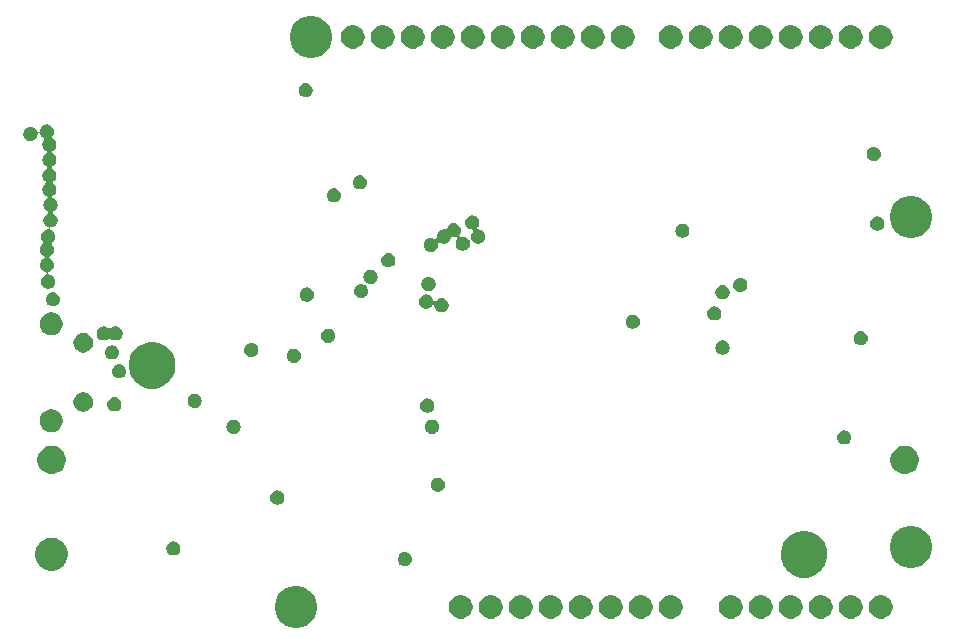
<source format=gbs>
G04 #@! TF.GenerationSoftware,KiCad,Pcbnew,5.0.2-bee76a0~70~ubuntu18.04.1*
G04 #@! TF.CreationDate,2018-12-12T00:11:51+01:00*
G04 #@! TF.ProjectId,esp32-arduino,65737033-322d-4617-9264-75696e6f2e6b,1.0*
G04 #@! TF.SameCoordinates,Original*
G04 #@! TF.FileFunction,Soldermask,Bot*
G04 #@! TF.FilePolarity,Negative*
%FSLAX46Y46*%
G04 Gerber Fmt 4.6, Leading zero omitted, Abs format (unit mm)*
G04 Created by KiCad (PCBNEW 5.0.2-bee76a0~70~ubuntu18.04.1) date Mi 12 Dez 2018 00:11:51 CET*
%MOMM*%
%LPD*%
G01*
G04 APERTURE LIST*
%ADD10C,0.100000*%
G04 APERTURE END LIST*
D10*
G36*
X69191394Y-125741192D02*
X69516698Y-125875937D01*
X69809468Y-126071560D01*
X70058440Y-126320532D01*
X70254063Y-126613302D01*
X70388808Y-126938606D01*
X70457500Y-127283945D01*
X70457500Y-127636055D01*
X70388808Y-127981394D01*
X70254063Y-128306698D01*
X70058440Y-128599468D01*
X69809468Y-128848440D01*
X69516698Y-129044063D01*
X69191394Y-129178808D01*
X68846055Y-129247500D01*
X68493945Y-129247500D01*
X68148606Y-129178808D01*
X67823302Y-129044063D01*
X67530532Y-128848440D01*
X67281560Y-128599468D01*
X67085937Y-128306698D01*
X66951192Y-127981394D01*
X66882500Y-127636055D01*
X66882500Y-127283945D01*
X66951192Y-126938606D01*
X67085937Y-126613302D01*
X67281560Y-126320532D01*
X67530532Y-126071560D01*
X67823302Y-125875937D01*
X68148606Y-125741192D01*
X68493945Y-125672500D01*
X68846055Y-125672500D01*
X69191394Y-125741192D01*
X69191394Y-125741192D01*
G37*
G36*
X100595770Y-126475372D02*
X100711689Y-126498429D01*
X100893678Y-126573811D01*
X101057463Y-126683249D01*
X101196751Y-126822537D01*
X101306189Y-126986322D01*
X101381571Y-127168311D01*
X101420000Y-127361509D01*
X101420000Y-127558491D01*
X101381571Y-127751689D01*
X101306189Y-127933678D01*
X101196751Y-128097463D01*
X101057463Y-128236751D01*
X100893678Y-128346189D01*
X100711689Y-128421571D01*
X100595770Y-128444628D01*
X100518493Y-128460000D01*
X100321507Y-128460000D01*
X100244230Y-128444628D01*
X100128311Y-128421571D01*
X99946322Y-128346189D01*
X99782537Y-128236751D01*
X99643249Y-128097463D01*
X99533811Y-127933678D01*
X99458429Y-127751689D01*
X99420000Y-127558491D01*
X99420000Y-127361509D01*
X99458429Y-127168311D01*
X99533811Y-126986322D01*
X99643249Y-126822537D01*
X99782537Y-126683249D01*
X99946322Y-126573811D01*
X100128311Y-126498429D01*
X100244230Y-126475372D01*
X100321507Y-126460000D01*
X100518493Y-126460000D01*
X100595770Y-126475372D01*
X100595770Y-126475372D01*
G37*
G36*
X105675770Y-126475372D02*
X105791689Y-126498429D01*
X105973678Y-126573811D01*
X106137463Y-126683249D01*
X106276751Y-126822537D01*
X106386189Y-126986322D01*
X106461571Y-127168311D01*
X106500000Y-127361509D01*
X106500000Y-127558491D01*
X106461571Y-127751689D01*
X106386189Y-127933678D01*
X106276751Y-128097463D01*
X106137463Y-128236751D01*
X105973678Y-128346189D01*
X105791689Y-128421571D01*
X105675770Y-128444628D01*
X105598493Y-128460000D01*
X105401507Y-128460000D01*
X105324230Y-128444628D01*
X105208311Y-128421571D01*
X105026322Y-128346189D01*
X104862537Y-128236751D01*
X104723249Y-128097463D01*
X104613811Y-127933678D01*
X104538429Y-127751689D01*
X104500000Y-127558491D01*
X104500000Y-127361509D01*
X104538429Y-127168311D01*
X104613811Y-126986322D01*
X104723249Y-126822537D01*
X104862537Y-126683249D01*
X105026322Y-126573811D01*
X105208311Y-126498429D01*
X105324230Y-126475372D01*
X105401507Y-126460000D01*
X105598493Y-126460000D01*
X105675770Y-126475372D01*
X105675770Y-126475372D01*
G37*
G36*
X108215770Y-126475372D02*
X108331689Y-126498429D01*
X108513678Y-126573811D01*
X108677463Y-126683249D01*
X108816751Y-126822537D01*
X108926189Y-126986322D01*
X109001571Y-127168311D01*
X109040000Y-127361509D01*
X109040000Y-127558491D01*
X109001571Y-127751689D01*
X108926189Y-127933678D01*
X108816751Y-128097463D01*
X108677463Y-128236751D01*
X108513678Y-128346189D01*
X108331689Y-128421571D01*
X108215770Y-128444628D01*
X108138493Y-128460000D01*
X107941507Y-128460000D01*
X107864230Y-128444628D01*
X107748311Y-128421571D01*
X107566322Y-128346189D01*
X107402537Y-128236751D01*
X107263249Y-128097463D01*
X107153811Y-127933678D01*
X107078429Y-127751689D01*
X107040000Y-127558491D01*
X107040000Y-127361509D01*
X107078429Y-127168311D01*
X107153811Y-126986322D01*
X107263249Y-126822537D01*
X107402537Y-126683249D01*
X107566322Y-126573811D01*
X107748311Y-126498429D01*
X107864230Y-126475372D01*
X107941507Y-126460000D01*
X108138493Y-126460000D01*
X108215770Y-126475372D01*
X108215770Y-126475372D01*
G37*
G36*
X110755770Y-126475372D02*
X110871689Y-126498429D01*
X111053678Y-126573811D01*
X111217463Y-126683249D01*
X111356751Y-126822537D01*
X111466189Y-126986322D01*
X111541571Y-127168311D01*
X111580000Y-127361509D01*
X111580000Y-127558491D01*
X111541571Y-127751689D01*
X111466189Y-127933678D01*
X111356751Y-128097463D01*
X111217463Y-128236751D01*
X111053678Y-128346189D01*
X110871689Y-128421571D01*
X110755770Y-128444628D01*
X110678493Y-128460000D01*
X110481507Y-128460000D01*
X110404230Y-128444628D01*
X110288311Y-128421571D01*
X110106322Y-128346189D01*
X109942537Y-128236751D01*
X109803249Y-128097463D01*
X109693811Y-127933678D01*
X109618429Y-127751689D01*
X109580000Y-127558491D01*
X109580000Y-127361509D01*
X109618429Y-127168311D01*
X109693811Y-126986322D01*
X109803249Y-126822537D01*
X109942537Y-126683249D01*
X110106322Y-126573811D01*
X110288311Y-126498429D01*
X110404230Y-126475372D01*
X110481507Y-126460000D01*
X110678493Y-126460000D01*
X110755770Y-126475372D01*
X110755770Y-126475372D01*
G37*
G36*
X113295770Y-126475372D02*
X113411689Y-126498429D01*
X113593678Y-126573811D01*
X113757463Y-126683249D01*
X113896751Y-126822537D01*
X114006189Y-126986322D01*
X114081571Y-127168311D01*
X114120000Y-127361509D01*
X114120000Y-127558491D01*
X114081571Y-127751689D01*
X114006189Y-127933678D01*
X113896751Y-128097463D01*
X113757463Y-128236751D01*
X113593678Y-128346189D01*
X113411689Y-128421571D01*
X113295770Y-128444628D01*
X113218493Y-128460000D01*
X113021507Y-128460000D01*
X112944230Y-128444628D01*
X112828311Y-128421571D01*
X112646322Y-128346189D01*
X112482537Y-128236751D01*
X112343249Y-128097463D01*
X112233811Y-127933678D01*
X112158429Y-127751689D01*
X112120000Y-127558491D01*
X112120000Y-127361509D01*
X112158429Y-127168311D01*
X112233811Y-126986322D01*
X112343249Y-126822537D01*
X112482537Y-126683249D01*
X112646322Y-126573811D01*
X112828311Y-126498429D01*
X112944230Y-126475372D01*
X113021507Y-126460000D01*
X113218493Y-126460000D01*
X113295770Y-126475372D01*
X113295770Y-126475372D01*
G37*
G36*
X115835770Y-126475372D02*
X115951689Y-126498429D01*
X116133678Y-126573811D01*
X116297463Y-126683249D01*
X116436751Y-126822537D01*
X116546189Y-126986322D01*
X116621571Y-127168311D01*
X116660000Y-127361509D01*
X116660000Y-127558491D01*
X116621571Y-127751689D01*
X116546189Y-127933678D01*
X116436751Y-128097463D01*
X116297463Y-128236751D01*
X116133678Y-128346189D01*
X115951689Y-128421571D01*
X115835770Y-128444628D01*
X115758493Y-128460000D01*
X115561507Y-128460000D01*
X115484230Y-128444628D01*
X115368311Y-128421571D01*
X115186322Y-128346189D01*
X115022537Y-128236751D01*
X114883249Y-128097463D01*
X114773811Y-127933678D01*
X114698429Y-127751689D01*
X114660000Y-127558491D01*
X114660000Y-127361509D01*
X114698429Y-127168311D01*
X114773811Y-126986322D01*
X114883249Y-126822537D01*
X115022537Y-126683249D01*
X115186322Y-126573811D01*
X115368311Y-126498429D01*
X115484230Y-126475372D01*
X115561507Y-126460000D01*
X115758493Y-126460000D01*
X115835770Y-126475372D01*
X115835770Y-126475372D01*
G37*
G36*
X118375770Y-126475372D02*
X118491689Y-126498429D01*
X118673678Y-126573811D01*
X118837463Y-126683249D01*
X118976751Y-126822537D01*
X119086189Y-126986322D01*
X119161571Y-127168311D01*
X119200000Y-127361509D01*
X119200000Y-127558491D01*
X119161571Y-127751689D01*
X119086189Y-127933678D01*
X118976751Y-128097463D01*
X118837463Y-128236751D01*
X118673678Y-128346189D01*
X118491689Y-128421571D01*
X118375770Y-128444628D01*
X118298493Y-128460000D01*
X118101507Y-128460000D01*
X118024230Y-128444628D01*
X117908311Y-128421571D01*
X117726322Y-128346189D01*
X117562537Y-128236751D01*
X117423249Y-128097463D01*
X117313811Y-127933678D01*
X117238429Y-127751689D01*
X117200000Y-127558491D01*
X117200000Y-127361509D01*
X117238429Y-127168311D01*
X117313811Y-126986322D01*
X117423249Y-126822537D01*
X117562537Y-126683249D01*
X117726322Y-126573811D01*
X117908311Y-126498429D01*
X118024230Y-126475372D01*
X118101507Y-126460000D01*
X118298493Y-126460000D01*
X118375770Y-126475372D01*
X118375770Y-126475372D01*
G37*
G36*
X85355770Y-126475372D02*
X85471689Y-126498429D01*
X85653678Y-126573811D01*
X85817463Y-126683249D01*
X85956751Y-126822537D01*
X86066189Y-126986322D01*
X86141571Y-127168311D01*
X86180000Y-127361509D01*
X86180000Y-127558491D01*
X86141571Y-127751689D01*
X86066189Y-127933678D01*
X85956751Y-128097463D01*
X85817463Y-128236751D01*
X85653678Y-128346189D01*
X85471689Y-128421571D01*
X85355770Y-128444628D01*
X85278493Y-128460000D01*
X85081507Y-128460000D01*
X85004230Y-128444628D01*
X84888311Y-128421571D01*
X84706322Y-128346189D01*
X84542537Y-128236751D01*
X84403249Y-128097463D01*
X84293811Y-127933678D01*
X84218429Y-127751689D01*
X84180000Y-127558491D01*
X84180000Y-127361509D01*
X84218429Y-127168311D01*
X84293811Y-126986322D01*
X84403249Y-126822537D01*
X84542537Y-126683249D01*
X84706322Y-126573811D01*
X84888311Y-126498429D01*
X85004230Y-126475372D01*
X85081507Y-126460000D01*
X85278493Y-126460000D01*
X85355770Y-126475372D01*
X85355770Y-126475372D01*
G37*
G36*
X82815770Y-126475372D02*
X82931689Y-126498429D01*
X83113678Y-126573811D01*
X83277463Y-126683249D01*
X83416751Y-126822537D01*
X83526189Y-126986322D01*
X83601571Y-127168311D01*
X83640000Y-127361509D01*
X83640000Y-127558491D01*
X83601571Y-127751689D01*
X83526189Y-127933678D01*
X83416751Y-128097463D01*
X83277463Y-128236751D01*
X83113678Y-128346189D01*
X82931689Y-128421571D01*
X82815770Y-128444628D01*
X82738493Y-128460000D01*
X82541507Y-128460000D01*
X82464230Y-128444628D01*
X82348311Y-128421571D01*
X82166322Y-128346189D01*
X82002537Y-128236751D01*
X81863249Y-128097463D01*
X81753811Y-127933678D01*
X81678429Y-127751689D01*
X81640000Y-127558491D01*
X81640000Y-127361509D01*
X81678429Y-127168311D01*
X81753811Y-126986322D01*
X81863249Y-126822537D01*
X82002537Y-126683249D01*
X82166322Y-126573811D01*
X82348311Y-126498429D01*
X82464230Y-126475372D01*
X82541507Y-126460000D01*
X82738493Y-126460000D01*
X82815770Y-126475372D01*
X82815770Y-126475372D01*
G37*
G36*
X98055770Y-126475372D02*
X98171689Y-126498429D01*
X98353678Y-126573811D01*
X98517463Y-126683249D01*
X98656751Y-126822537D01*
X98766189Y-126986322D01*
X98841571Y-127168311D01*
X98880000Y-127361509D01*
X98880000Y-127558491D01*
X98841571Y-127751689D01*
X98766189Y-127933678D01*
X98656751Y-128097463D01*
X98517463Y-128236751D01*
X98353678Y-128346189D01*
X98171689Y-128421571D01*
X98055770Y-128444628D01*
X97978493Y-128460000D01*
X97781507Y-128460000D01*
X97704230Y-128444628D01*
X97588311Y-128421571D01*
X97406322Y-128346189D01*
X97242537Y-128236751D01*
X97103249Y-128097463D01*
X96993811Y-127933678D01*
X96918429Y-127751689D01*
X96880000Y-127558491D01*
X96880000Y-127361509D01*
X96918429Y-127168311D01*
X96993811Y-126986322D01*
X97103249Y-126822537D01*
X97242537Y-126683249D01*
X97406322Y-126573811D01*
X97588311Y-126498429D01*
X97704230Y-126475372D01*
X97781507Y-126460000D01*
X97978493Y-126460000D01*
X98055770Y-126475372D01*
X98055770Y-126475372D01*
G37*
G36*
X95515770Y-126475372D02*
X95631689Y-126498429D01*
X95813678Y-126573811D01*
X95977463Y-126683249D01*
X96116751Y-126822537D01*
X96226189Y-126986322D01*
X96301571Y-127168311D01*
X96340000Y-127361509D01*
X96340000Y-127558491D01*
X96301571Y-127751689D01*
X96226189Y-127933678D01*
X96116751Y-128097463D01*
X95977463Y-128236751D01*
X95813678Y-128346189D01*
X95631689Y-128421571D01*
X95515770Y-128444628D01*
X95438493Y-128460000D01*
X95241507Y-128460000D01*
X95164230Y-128444628D01*
X95048311Y-128421571D01*
X94866322Y-128346189D01*
X94702537Y-128236751D01*
X94563249Y-128097463D01*
X94453811Y-127933678D01*
X94378429Y-127751689D01*
X94340000Y-127558491D01*
X94340000Y-127361509D01*
X94378429Y-127168311D01*
X94453811Y-126986322D01*
X94563249Y-126822537D01*
X94702537Y-126683249D01*
X94866322Y-126573811D01*
X95048311Y-126498429D01*
X95164230Y-126475372D01*
X95241507Y-126460000D01*
X95438493Y-126460000D01*
X95515770Y-126475372D01*
X95515770Y-126475372D01*
G37*
G36*
X90435770Y-126475372D02*
X90551689Y-126498429D01*
X90733678Y-126573811D01*
X90897463Y-126683249D01*
X91036751Y-126822537D01*
X91146189Y-126986322D01*
X91221571Y-127168311D01*
X91260000Y-127361509D01*
X91260000Y-127558491D01*
X91221571Y-127751689D01*
X91146189Y-127933678D01*
X91036751Y-128097463D01*
X90897463Y-128236751D01*
X90733678Y-128346189D01*
X90551689Y-128421571D01*
X90435770Y-128444628D01*
X90358493Y-128460000D01*
X90161507Y-128460000D01*
X90084230Y-128444628D01*
X89968311Y-128421571D01*
X89786322Y-128346189D01*
X89622537Y-128236751D01*
X89483249Y-128097463D01*
X89373811Y-127933678D01*
X89298429Y-127751689D01*
X89260000Y-127558491D01*
X89260000Y-127361509D01*
X89298429Y-127168311D01*
X89373811Y-126986322D01*
X89483249Y-126822537D01*
X89622537Y-126683249D01*
X89786322Y-126573811D01*
X89968311Y-126498429D01*
X90084230Y-126475372D01*
X90161507Y-126460000D01*
X90358493Y-126460000D01*
X90435770Y-126475372D01*
X90435770Y-126475372D01*
G37*
G36*
X87895770Y-126475372D02*
X88011689Y-126498429D01*
X88193678Y-126573811D01*
X88357463Y-126683249D01*
X88496751Y-126822537D01*
X88606189Y-126986322D01*
X88681571Y-127168311D01*
X88720000Y-127361509D01*
X88720000Y-127558491D01*
X88681571Y-127751689D01*
X88606189Y-127933678D01*
X88496751Y-128097463D01*
X88357463Y-128236751D01*
X88193678Y-128346189D01*
X88011689Y-128421571D01*
X87895770Y-128444628D01*
X87818493Y-128460000D01*
X87621507Y-128460000D01*
X87544230Y-128444628D01*
X87428311Y-128421571D01*
X87246322Y-128346189D01*
X87082537Y-128236751D01*
X86943249Y-128097463D01*
X86833811Y-127933678D01*
X86758429Y-127751689D01*
X86720000Y-127558491D01*
X86720000Y-127361509D01*
X86758429Y-127168311D01*
X86833811Y-126986322D01*
X86943249Y-126822537D01*
X87082537Y-126683249D01*
X87246322Y-126573811D01*
X87428311Y-126498429D01*
X87544230Y-126475372D01*
X87621507Y-126460000D01*
X87818493Y-126460000D01*
X87895770Y-126475372D01*
X87895770Y-126475372D01*
G37*
G36*
X92975770Y-126475372D02*
X93091689Y-126498429D01*
X93273678Y-126573811D01*
X93437463Y-126683249D01*
X93576751Y-126822537D01*
X93686189Y-126986322D01*
X93761571Y-127168311D01*
X93800000Y-127361509D01*
X93800000Y-127558491D01*
X93761571Y-127751689D01*
X93686189Y-127933678D01*
X93576751Y-128097463D01*
X93437463Y-128236751D01*
X93273678Y-128346189D01*
X93091689Y-128421571D01*
X92975770Y-128444628D01*
X92898493Y-128460000D01*
X92701507Y-128460000D01*
X92624230Y-128444628D01*
X92508311Y-128421571D01*
X92326322Y-128346189D01*
X92162537Y-128236751D01*
X92023249Y-128097463D01*
X91913811Y-127933678D01*
X91838429Y-127751689D01*
X91800000Y-127558491D01*
X91800000Y-127361509D01*
X91838429Y-127168311D01*
X91913811Y-126986322D01*
X92023249Y-126822537D01*
X92162537Y-126683249D01*
X92326322Y-126573811D01*
X92508311Y-126498429D01*
X92624230Y-126475372D01*
X92701507Y-126460000D01*
X92898493Y-126460000D01*
X92975770Y-126475372D01*
X92975770Y-126475372D01*
G37*
G36*
X112276086Y-121100898D02*
X112424965Y-121162566D01*
X112635512Y-121249777D01*
X112958992Y-121465919D01*
X113234081Y-121741008D01*
X113450223Y-122064488D01*
X113512895Y-122215793D01*
X113599102Y-122423914D01*
X113602482Y-122440905D01*
X113675000Y-122805478D01*
X113675000Y-123194522D01*
X113645883Y-123340904D01*
X113599316Y-123575012D01*
X113599102Y-123576085D01*
X113450223Y-123935512D01*
X113234081Y-124258992D01*
X112958992Y-124534081D01*
X112635512Y-124750223D01*
X112424965Y-124837434D01*
X112276086Y-124899102D01*
X111894522Y-124975000D01*
X111505478Y-124975000D01*
X111123914Y-124899102D01*
X110975035Y-124837434D01*
X110764488Y-124750223D01*
X110441008Y-124534081D01*
X110165919Y-124258992D01*
X109949777Y-123935512D01*
X109800898Y-123576085D01*
X109800685Y-123575012D01*
X109754117Y-123340904D01*
X109725000Y-123194522D01*
X109725000Y-122805478D01*
X109797518Y-122440905D01*
X109800898Y-122423914D01*
X109887105Y-122215793D01*
X109949777Y-122064488D01*
X110165919Y-121741008D01*
X110441008Y-121465919D01*
X110764488Y-121249777D01*
X110975035Y-121162566D01*
X111123914Y-121100898D01*
X111505478Y-121025000D01*
X111894522Y-121025000D01*
X112276086Y-121100898D01*
X112276086Y-121100898D01*
G37*
G36*
X48396905Y-121658608D02*
X48650781Y-121763767D01*
X48879264Y-121916435D01*
X49073565Y-122110736D01*
X49226233Y-122339219D01*
X49331392Y-122593095D01*
X49385000Y-122862603D01*
X49385000Y-123137397D01*
X49331392Y-123406905D01*
X49226233Y-123660781D01*
X49073565Y-123889264D01*
X48879264Y-124083565D01*
X48650781Y-124236233D01*
X48396905Y-124341392D01*
X48127397Y-124395000D01*
X47852603Y-124395000D01*
X47583095Y-124341392D01*
X47329219Y-124236233D01*
X47100736Y-124083565D01*
X46906435Y-123889264D01*
X46753767Y-123660781D01*
X46648608Y-123406905D01*
X46595000Y-123137397D01*
X46595000Y-122862603D01*
X46648608Y-122593095D01*
X46753767Y-122339219D01*
X46906435Y-122110736D01*
X47100736Y-121916435D01*
X47329219Y-121763767D01*
X47583095Y-121658608D01*
X47852603Y-121605000D01*
X48127397Y-121605000D01*
X48396905Y-121658608D01*
X48396905Y-121658608D01*
G37*
G36*
X121261394Y-120661192D02*
X121586698Y-120795937D01*
X121879468Y-120991560D01*
X122128440Y-121240532D01*
X122324063Y-121533302D01*
X122458808Y-121858606D01*
X122527500Y-122203945D01*
X122527500Y-122556055D01*
X122458808Y-122901394D01*
X122324063Y-123226698D01*
X122128440Y-123519468D01*
X121879468Y-123768440D01*
X121586698Y-123964063D01*
X121261394Y-124098808D01*
X120916055Y-124167500D01*
X120563945Y-124167500D01*
X120218606Y-124098808D01*
X119893302Y-123964063D01*
X119600532Y-123768440D01*
X119351560Y-123519468D01*
X119155937Y-123226698D01*
X119021192Y-122901394D01*
X118952500Y-122556055D01*
X118952500Y-122203945D01*
X119021192Y-121858606D01*
X119155937Y-121533302D01*
X119351560Y-121240532D01*
X119600532Y-120991560D01*
X119893302Y-120795937D01*
X120218606Y-120661192D01*
X120563945Y-120592500D01*
X120916055Y-120592500D01*
X121261394Y-120661192D01*
X121261394Y-120661192D01*
G37*
G36*
X78075012Y-122823057D02*
X78184207Y-122868287D01*
X78282481Y-122933952D01*
X78366048Y-123017519D01*
X78431713Y-123115793D01*
X78476943Y-123224988D01*
X78500000Y-123340904D01*
X78500000Y-123459096D01*
X78476943Y-123575012D01*
X78431713Y-123684207D01*
X78366048Y-123782481D01*
X78282481Y-123866048D01*
X78184207Y-123931713D01*
X78075012Y-123976943D01*
X77959096Y-124000000D01*
X77840904Y-124000000D01*
X77724988Y-123976943D01*
X77615793Y-123931713D01*
X77517519Y-123866048D01*
X77433952Y-123782481D01*
X77368287Y-123684207D01*
X77323057Y-123575012D01*
X77300000Y-123459096D01*
X77300000Y-123340904D01*
X77323057Y-123224988D01*
X77368287Y-123115793D01*
X77433952Y-123017519D01*
X77517519Y-122933952D01*
X77615793Y-122868287D01*
X77724988Y-122823057D01*
X77840904Y-122800000D01*
X77959096Y-122800000D01*
X78075012Y-122823057D01*
X78075012Y-122823057D01*
G37*
G36*
X58475012Y-121923057D02*
X58584207Y-121968287D01*
X58682481Y-122033952D01*
X58766048Y-122117519D01*
X58831713Y-122215793D01*
X58876943Y-122324988D01*
X58900000Y-122440904D01*
X58900000Y-122559096D01*
X58876943Y-122675012D01*
X58831713Y-122784207D01*
X58766048Y-122882481D01*
X58682481Y-122966048D01*
X58584207Y-123031713D01*
X58475012Y-123076943D01*
X58359096Y-123100000D01*
X58240904Y-123100000D01*
X58124988Y-123076943D01*
X58015793Y-123031713D01*
X57917519Y-122966048D01*
X57833952Y-122882481D01*
X57768287Y-122784207D01*
X57723057Y-122675012D01*
X57700000Y-122559096D01*
X57700000Y-122440904D01*
X57723057Y-122324988D01*
X57768287Y-122215793D01*
X57833952Y-122117519D01*
X57917519Y-122033952D01*
X58015793Y-121968287D01*
X58124988Y-121923057D01*
X58240904Y-121900000D01*
X58359096Y-121900000D01*
X58475012Y-121923057D01*
X58475012Y-121923057D01*
G37*
G36*
X67275012Y-117623057D02*
X67384207Y-117668287D01*
X67482481Y-117733952D01*
X67566048Y-117817519D01*
X67631713Y-117915793D01*
X67676943Y-118024988D01*
X67700000Y-118140904D01*
X67700000Y-118259096D01*
X67676943Y-118375012D01*
X67631713Y-118484207D01*
X67566048Y-118582481D01*
X67482481Y-118666048D01*
X67384207Y-118731713D01*
X67275012Y-118776943D01*
X67159096Y-118800000D01*
X67040904Y-118800000D01*
X66924988Y-118776943D01*
X66815793Y-118731713D01*
X66717519Y-118666048D01*
X66633952Y-118582481D01*
X66568287Y-118484207D01*
X66523057Y-118375012D01*
X66500000Y-118259096D01*
X66500000Y-118140904D01*
X66523057Y-118024988D01*
X66568287Y-117915793D01*
X66633952Y-117817519D01*
X66717519Y-117733952D01*
X66815793Y-117668287D01*
X66924988Y-117623057D01*
X67040904Y-117600000D01*
X67159096Y-117600000D01*
X67275012Y-117623057D01*
X67275012Y-117623057D01*
G37*
G36*
X80875012Y-116523057D02*
X80984207Y-116568287D01*
X81082481Y-116633952D01*
X81166048Y-116717519D01*
X81231713Y-116815793D01*
X81276943Y-116924988D01*
X81300000Y-117040904D01*
X81300000Y-117159096D01*
X81276943Y-117275012D01*
X81231713Y-117384207D01*
X81166048Y-117482481D01*
X81082481Y-117566048D01*
X80984207Y-117631713D01*
X80875012Y-117676943D01*
X80759096Y-117700000D01*
X80640904Y-117700000D01*
X80524988Y-117676943D01*
X80415793Y-117631713D01*
X80317519Y-117566048D01*
X80233952Y-117482481D01*
X80168287Y-117384207D01*
X80123057Y-117275012D01*
X80100000Y-117159096D01*
X80100000Y-117040904D01*
X80123057Y-116924988D01*
X80168287Y-116815793D01*
X80233952Y-116717519D01*
X80317519Y-116633952D01*
X80415793Y-116568287D01*
X80524988Y-116523057D01*
X80640904Y-116500000D01*
X80759096Y-116500000D01*
X80875012Y-116523057D01*
X80875012Y-116523057D01*
G37*
G36*
X120560026Y-113846115D02*
X120778412Y-113936573D01*
X120974958Y-114067901D01*
X121142099Y-114235042D01*
X121273427Y-114431588D01*
X121363885Y-114649974D01*
X121410000Y-114881809D01*
X121410000Y-115118191D01*
X121363885Y-115350026D01*
X121273427Y-115568412D01*
X121142099Y-115764958D01*
X120974958Y-115932099D01*
X120778412Y-116063427D01*
X120560026Y-116153885D01*
X120328191Y-116200000D01*
X120091809Y-116200000D01*
X119859974Y-116153885D01*
X119641588Y-116063427D01*
X119445042Y-115932099D01*
X119277901Y-115764958D01*
X119146573Y-115568412D01*
X119056115Y-115350026D01*
X119010000Y-115118191D01*
X119010000Y-114881809D01*
X119056115Y-114649974D01*
X119146573Y-114431588D01*
X119277901Y-114235042D01*
X119445042Y-114067901D01*
X119641588Y-113936573D01*
X119859974Y-113846115D01*
X120091809Y-113800000D01*
X120328191Y-113800000D01*
X120560026Y-113846115D01*
X120560026Y-113846115D01*
G37*
G36*
X48340026Y-113846115D02*
X48558412Y-113936573D01*
X48754958Y-114067901D01*
X48922099Y-114235042D01*
X49053427Y-114431588D01*
X49143885Y-114649974D01*
X49190000Y-114881809D01*
X49190000Y-115118191D01*
X49143885Y-115350026D01*
X49053427Y-115568412D01*
X48922099Y-115764958D01*
X48754958Y-115932099D01*
X48558412Y-116063427D01*
X48340026Y-116153885D01*
X48108191Y-116200000D01*
X47871809Y-116200000D01*
X47639974Y-116153885D01*
X47421588Y-116063427D01*
X47225042Y-115932099D01*
X47057901Y-115764958D01*
X46926573Y-115568412D01*
X46836115Y-115350026D01*
X46790000Y-115118191D01*
X46790000Y-114881809D01*
X46836115Y-114649974D01*
X46926573Y-114431588D01*
X47057901Y-114235042D01*
X47225042Y-114067901D01*
X47421588Y-113936573D01*
X47639974Y-113846115D01*
X47871809Y-113800000D01*
X48108191Y-113800000D01*
X48340026Y-113846115D01*
X48340026Y-113846115D01*
G37*
G36*
X115275012Y-112523057D02*
X115384207Y-112568287D01*
X115482481Y-112633952D01*
X115566048Y-112717519D01*
X115631713Y-112815793D01*
X115676943Y-112924988D01*
X115700000Y-113040904D01*
X115700000Y-113159096D01*
X115676943Y-113275012D01*
X115631713Y-113384207D01*
X115566048Y-113482481D01*
X115482481Y-113566048D01*
X115384207Y-113631713D01*
X115275012Y-113676943D01*
X115159096Y-113700000D01*
X115040904Y-113700000D01*
X114924988Y-113676943D01*
X114815793Y-113631713D01*
X114717519Y-113566048D01*
X114633952Y-113482481D01*
X114568287Y-113384207D01*
X114523057Y-113275012D01*
X114500000Y-113159096D01*
X114500000Y-113040904D01*
X114523057Y-112924988D01*
X114568287Y-112815793D01*
X114633952Y-112717519D01*
X114717519Y-112633952D01*
X114815793Y-112568287D01*
X114924988Y-112523057D01*
X115040904Y-112500000D01*
X115159096Y-112500000D01*
X115275012Y-112523057D01*
X115275012Y-112523057D01*
G37*
G36*
X63575012Y-111623057D02*
X63684207Y-111668287D01*
X63782481Y-111733952D01*
X63866048Y-111817519D01*
X63931713Y-111915793D01*
X63976943Y-112024988D01*
X64000000Y-112140904D01*
X64000000Y-112259096D01*
X63976943Y-112375012D01*
X63931713Y-112484207D01*
X63866048Y-112582481D01*
X63782481Y-112666048D01*
X63684207Y-112731713D01*
X63575012Y-112776943D01*
X63459096Y-112800000D01*
X63340904Y-112800000D01*
X63224988Y-112776943D01*
X63115793Y-112731713D01*
X63017519Y-112666048D01*
X62933952Y-112582481D01*
X62868287Y-112484207D01*
X62823057Y-112375012D01*
X62800000Y-112259096D01*
X62800000Y-112140904D01*
X62823057Y-112024988D01*
X62868287Y-111915793D01*
X62933952Y-111817519D01*
X63017519Y-111733952D01*
X63115793Y-111668287D01*
X63224988Y-111623057D01*
X63340904Y-111600000D01*
X63459096Y-111600000D01*
X63575012Y-111623057D01*
X63575012Y-111623057D01*
G37*
G36*
X80375012Y-111623057D02*
X80484207Y-111668287D01*
X80582481Y-111733952D01*
X80666048Y-111817519D01*
X80731713Y-111915793D01*
X80776943Y-112024988D01*
X80800000Y-112140904D01*
X80800000Y-112259096D01*
X80776943Y-112375012D01*
X80731713Y-112484207D01*
X80666048Y-112582481D01*
X80582481Y-112666048D01*
X80484207Y-112731713D01*
X80375012Y-112776943D01*
X80259096Y-112800000D01*
X80140904Y-112800000D01*
X80024988Y-112776943D01*
X79915793Y-112731713D01*
X79817519Y-112666048D01*
X79733952Y-112582481D01*
X79668287Y-112484207D01*
X79623057Y-112375012D01*
X79600000Y-112259096D01*
X79600000Y-112140904D01*
X79623057Y-112024988D01*
X79668287Y-111915793D01*
X79733952Y-111817519D01*
X79817519Y-111733952D01*
X79915793Y-111668287D01*
X80024988Y-111623057D01*
X80140904Y-111600000D01*
X80259096Y-111600000D01*
X80375012Y-111623057D01*
X80375012Y-111623057D01*
G37*
G36*
X48246937Y-110762468D02*
X48424376Y-110835966D01*
X48584067Y-110942668D01*
X48719872Y-111078473D01*
X48826574Y-111238164D01*
X48900072Y-111415603D01*
X48937540Y-111603971D01*
X48937540Y-111796029D01*
X48900072Y-111984397D01*
X48826574Y-112161836D01*
X48719872Y-112321527D01*
X48584067Y-112457332D01*
X48424376Y-112564034D01*
X48246937Y-112637532D01*
X48058569Y-112675000D01*
X47866511Y-112675000D01*
X47678143Y-112637532D01*
X47500704Y-112564034D01*
X47341013Y-112457332D01*
X47205208Y-112321527D01*
X47098506Y-112161836D01*
X47025008Y-111984397D01*
X46987540Y-111796029D01*
X46987540Y-111603971D01*
X47025008Y-111415603D01*
X47098506Y-111238164D01*
X47205208Y-111078473D01*
X47341013Y-110942668D01*
X47500704Y-110835966D01*
X47678143Y-110762468D01*
X47866511Y-110725000D01*
X48058569Y-110725000D01*
X48246937Y-110762468D01*
X48246937Y-110762468D01*
G37*
G36*
X79975012Y-109823057D02*
X80084207Y-109868287D01*
X80182481Y-109933952D01*
X80266048Y-110017519D01*
X80331713Y-110115793D01*
X80376943Y-110224988D01*
X80400000Y-110340904D01*
X80400000Y-110459096D01*
X80376943Y-110575012D01*
X80331713Y-110684207D01*
X80266048Y-110782481D01*
X80182481Y-110866048D01*
X80084207Y-110931713D01*
X79975012Y-110976943D01*
X79859096Y-111000000D01*
X79740904Y-111000000D01*
X79624988Y-110976943D01*
X79515793Y-110931713D01*
X79417519Y-110866048D01*
X79333952Y-110782481D01*
X79268287Y-110684207D01*
X79223057Y-110575012D01*
X79200000Y-110459096D01*
X79200000Y-110340904D01*
X79223057Y-110224988D01*
X79268287Y-110115793D01*
X79333952Y-110017519D01*
X79417519Y-109933952D01*
X79515793Y-109868287D01*
X79624988Y-109823057D01*
X79740904Y-109800000D01*
X79859096Y-109800000D01*
X79975012Y-109823057D01*
X79975012Y-109823057D01*
G37*
G36*
X50850054Y-109295236D02*
X50903184Y-109305804D01*
X51053324Y-109367994D01*
X51135731Y-109423057D01*
X51188450Y-109458283D01*
X51303357Y-109573190D01*
X51303359Y-109573193D01*
X51393646Y-109708316D01*
X51441972Y-109824986D01*
X51455836Y-109858457D01*
X51487540Y-110017843D01*
X51487540Y-110180357D01*
X51478662Y-110224988D01*
X51455836Y-110339744D01*
X51393646Y-110489884D01*
X51330621Y-110584207D01*
X51303357Y-110625010D01*
X51188450Y-110739917D01*
X51188447Y-110739919D01*
X51053324Y-110830206D01*
X50903184Y-110892396D01*
X50850054Y-110902964D01*
X50743797Y-110924100D01*
X50581283Y-110924100D01*
X50475026Y-110902964D01*
X50421896Y-110892396D01*
X50271756Y-110830206D01*
X50136633Y-110739919D01*
X50136630Y-110739917D01*
X50021723Y-110625010D01*
X49994459Y-110584207D01*
X49931434Y-110489884D01*
X49869244Y-110339744D01*
X49846418Y-110224988D01*
X49837540Y-110180357D01*
X49837540Y-110017843D01*
X49869244Y-109858457D01*
X49883108Y-109824986D01*
X49931434Y-109708316D01*
X50021721Y-109573193D01*
X50021723Y-109573190D01*
X50136630Y-109458283D01*
X50189349Y-109423057D01*
X50271756Y-109367994D01*
X50421896Y-109305804D01*
X50475026Y-109295236D01*
X50581283Y-109274100D01*
X50743797Y-109274100D01*
X50850054Y-109295236D01*
X50850054Y-109295236D01*
G37*
G36*
X53475012Y-109723057D02*
X53584207Y-109768287D01*
X53682481Y-109833952D01*
X53766048Y-109917519D01*
X53831713Y-110015793D01*
X53876943Y-110124988D01*
X53900000Y-110240904D01*
X53900000Y-110359096D01*
X53876943Y-110475012D01*
X53831713Y-110584207D01*
X53766048Y-110682481D01*
X53682481Y-110766048D01*
X53584207Y-110831713D01*
X53475012Y-110876943D01*
X53359096Y-110900000D01*
X53240904Y-110900000D01*
X53124988Y-110876943D01*
X53015793Y-110831713D01*
X52917519Y-110766048D01*
X52833952Y-110682481D01*
X52768287Y-110584207D01*
X52723057Y-110475012D01*
X52700000Y-110359096D01*
X52700000Y-110240904D01*
X52723057Y-110124988D01*
X52768287Y-110015793D01*
X52833952Y-109917519D01*
X52917519Y-109833952D01*
X53015793Y-109768287D01*
X53124988Y-109723057D01*
X53240904Y-109700000D01*
X53359096Y-109700000D01*
X53475012Y-109723057D01*
X53475012Y-109723057D01*
G37*
G36*
X60275012Y-109423057D02*
X60384207Y-109468287D01*
X60482481Y-109533952D01*
X60566048Y-109617519D01*
X60631713Y-109715793D01*
X60676943Y-109824988D01*
X60700000Y-109940904D01*
X60700000Y-110059096D01*
X60676943Y-110175012D01*
X60631713Y-110284207D01*
X60566048Y-110382481D01*
X60482481Y-110466048D01*
X60384207Y-110531713D01*
X60275012Y-110576943D01*
X60159096Y-110600000D01*
X60040904Y-110600000D01*
X59924988Y-110576943D01*
X59815793Y-110531713D01*
X59717519Y-110466048D01*
X59633952Y-110382481D01*
X59568287Y-110284207D01*
X59523057Y-110175012D01*
X59500000Y-110059096D01*
X59500000Y-109940904D01*
X59523057Y-109824988D01*
X59568287Y-109715793D01*
X59633952Y-109617519D01*
X59717519Y-109533952D01*
X59815793Y-109468287D01*
X59924988Y-109423057D01*
X60040904Y-109400000D01*
X60159096Y-109400000D01*
X60275012Y-109423057D01*
X60275012Y-109423057D01*
G37*
G36*
X57076086Y-105100898D02*
X57224965Y-105162566D01*
X57435512Y-105249777D01*
X57758992Y-105465919D01*
X58034081Y-105741008D01*
X58250223Y-106064488D01*
X58327735Y-106251620D01*
X58375751Y-106367539D01*
X58399102Y-106423915D01*
X58475000Y-106805478D01*
X58475000Y-107194522D01*
X58437051Y-107385303D01*
X58399102Y-107576086D01*
X58337434Y-107724965D01*
X58250223Y-107935512D01*
X58034081Y-108258992D01*
X57758992Y-108534081D01*
X57435512Y-108750223D01*
X57224965Y-108837434D01*
X57076086Y-108899102D01*
X56694522Y-108975000D01*
X56305478Y-108975000D01*
X55923914Y-108899102D01*
X55775035Y-108837434D01*
X55564488Y-108750223D01*
X55241008Y-108534081D01*
X54965919Y-108258992D01*
X54749777Y-107935512D01*
X54662566Y-107724965D01*
X54600898Y-107576086D01*
X54525000Y-107194522D01*
X54525000Y-106805478D01*
X54600898Y-106423915D01*
X54624250Y-106367539D01*
X54672265Y-106251620D01*
X54749777Y-106064488D01*
X54965919Y-105741008D01*
X55241008Y-105465919D01*
X55564488Y-105249777D01*
X55775035Y-105162566D01*
X55923914Y-105100898D01*
X56305478Y-105025000D01*
X56694522Y-105025000D01*
X57076086Y-105100898D01*
X57076086Y-105100898D01*
G37*
G36*
X53875012Y-106923057D02*
X53984207Y-106968287D01*
X54082481Y-107033952D01*
X54166048Y-107117519D01*
X54231713Y-107215793D01*
X54276943Y-107324988D01*
X54300000Y-107440904D01*
X54300000Y-107559096D01*
X54276943Y-107675012D01*
X54231713Y-107784207D01*
X54166048Y-107882481D01*
X54082481Y-107966048D01*
X53984207Y-108031713D01*
X53875012Y-108076943D01*
X53759096Y-108100000D01*
X53640904Y-108100000D01*
X53524988Y-108076943D01*
X53415793Y-108031713D01*
X53317519Y-107966048D01*
X53233952Y-107882481D01*
X53168287Y-107784207D01*
X53123057Y-107675012D01*
X53100000Y-107559096D01*
X53100000Y-107440904D01*
X53123057Y-107324988D01*
X53168287Y-107215793D01*
X53233952Y-107117519D01*
X53317519Y-107033952D01*
X53415793Y-106968287D01*
X53524988Y-106923057D01*
X53640904Y-106900000D01*
X53759096Y-106900000D01*
X53875012Y-106923057D01*
X53875012Y-106923057D01*
G37*
G36*
X68682487Y-105615582D02*
X68791682Y-105660812D01*
X68889956Y-105726477D01*
X68973523Y-105810044D01*
X69039188Y-105908318D01*
X69084418Y-106017513D01*
X69107475Y-106133429D01*
X69107475Y-106251621D01*
X69084418Y-106367537D01*
X69039188Y-106476732D01*
X68973523Y-106575006D01*
X68889956Y-106658573D01*
X68791682Y-106724238D01*
X68682487Y-106769468D01*
X68566571Y-106792525D01*
X68448379Y-106792525D01*
X68332463Y-106769468D01*
X68223268Y-106724238D01*
X68124994Y-106658573D01*
X68041427Y-106575006D01*
X67975762Y-106476732D01*
X67930532Y-106367537D01*
X67907475Y-106251621D01*
X67907475Y-106133429D01*
X67930532Y-106017513D01*
X67975762Y-105908318D01*
X68041427Y-105810044D01*
X68124994Y-105726477D01*
X68223268Y-105660812D01*
X68332463Y-105615582D01*
X68448379Y-105592525D01*
X68566571Y-105592525D01*
X68682487Y-105615582D01*
X68682487Y-105615582D01*
G37*
G36*
X53280037Y-105328082D02*
X53389232Y-105373312D01*
X53487506Y-105438977D01*
X53571073Y-105522544D01*
X53636738Y-105620818D01*
X53681968Y-105730013D01*
X53705025Y-105845929D01*
X53705025Y-105964121D01*
X53681968Y-106080037D01*
X53636738Y-106189232D01*
X53571073Y-106287506D01*
X53487506Y-106371073D01*
X53389232Y-106436738D01*
X53280037Y-106481968D01*
X53164121Y-106505025D01*
X53045929Y-106505025D01*
X52930013Y-106481968D01*
X52820818Y-106436738D01*
X52722544Y-106371073D01*
X52638977Y-106287506D01*
X52573312Y-106189232D01*
X52528082Y-106080037D01*
X52505025Y-105964121D01*
X52505025Y-105845929D01*
X52528082Y-105730013D01*
X52573312Y-105620818D01*
X52638977Y-105522544D01*
X52722544Y-105438977D01*
X52820818Y-105373312D01*
X52930013Y-105328082D01*
X53045929Y-105305025D01*
X53164121Y-105305025D01*
X53280037Y-105328082D01*
X53280037Y-105328082D01*
G37*
G36*
X65075012Y-105123057D02*
X65184207Y-105168287D01*
X65282481Y-105233952D01*
X65366048Y-105317519D01*
X65431713Y-105415793D01*
X65476943Y-105524988D01*
X65500000Y-105640904D01*
X65500000Y-105759096D01*
X65476943Y-105875012D01*
X65431713Y-105984207D01*
X65366048Y-106082481D01*
X65282481Y-106166048D01*
X65184207Y-106231713D01*
X65075012Y-106276943D01*
X64959096Y-106300000D01*
X64840904Y-106300000D01*
X64724988Y-106276943D01*
X64615793Y-106231713D01*
X64517519Y-106166048D01*
X64433952Y-106082481D01*
X64368287Y-105984207D01*
X64323057Y-105875012D01*
X64300000Y-105759096D01*
X64300000Y-105640904D01*
X64323057Y-105524988D01*
X64368287Y-105415793D01*
X64433952Y-105317519D01*
X64517519Y-105233952D01*
X64615793Y-105168287D01*
X64724988Y-105123057D01*
X64840904Y-105100000D01*
X64959096Y-105100000D01*
X65075012Y-105123057D01*
X65075012Y-105123057D01*
G37*
G36*
X104975012Y-104923057D02*
X105084207Y-104968287D01*
X105182481Y-105033952D01*
X105266048Y-105117519D01*
X105331713Y-105215793D01*
X105376943Y-105324988D01*
X105400000Y-105440904D01*
X105400000Y-105559096D01*
X105376943Y-105675012D01*
X105331713Y-105784207D01*
X105266048Y-105882481D01*
X105182481Y-105966048D01*
X105084207Y-106031713D01*
X104975012Y-106076943D01*
X104859096Y-106100000D01*
X104740904Y-106100000D01*
X104624988Y-106076943D01*
X104515793Y-106031713D01*
X104417519Y-105966048D01*
X104333952Y-105882481D01*
X104268287Y-105784207D01*
X104223057Y-105675012D01*
X104200000Y-105559096D01*
X104200000Y-105440904D01*
X104223057Y-105324988D01*
X104268287Y-105215793D01*
X104333952Y-105117519D01*
X104417519Y-105033952D01*
X104515793Y-104968287D01*
X104624988Y-104923057D01*
X104740904Y-104900000D01*
X104859096Y-104900000D01*
X104975012Y-104923057D01*
X104975012Y-104923057D01*
G37*
G36*
X50850054Y-104295236D02*
X50903184Y-104305804D01*
X51053324Y-104367994D01*
X51162442Y-104440905D01*
X51188450Y-104458283D01*
X51303357Y-104573190D01*
X51303359Y-104573193D01*
X51393646Y-104708316D01*
X51455836Y-104858456D01*
X51459513Y-104876942D01*
X51487540Y-105017843D01*
X51487540Y-105180357D01*
X51476879Y-105233952D01*
X51455836Y-105339744D01*
X51393646Y-105489884D01*
X51325063Y-105592525D01*
X51303357Y-105625010D01*
X51188450Y-105739917D01*
X51188447Y-105739919D01*
X51053324Y-105830206D01*
X50903184Y-105892396D01*
X50850054Y-105902964D01*
X50743797Y-105924100D01*
X50581283Y-105924100D01*
X50475026Y-105902964D01*
X50421896Y-105892396D01*
X50271756Y-105830206D01*
X50136633Y-105739919D01*
X50136630Y-105739917D01*
X50021723Y-105625010D01*
X50000017Y-105592525D01*
X49931434Y-105489884D01*
X49869244Y-105339744D01*
X49848201Y-105233952D01*
X49837540Y-105180357D01*
X49837540Y-105017843D01*
X49865567Y-104876942D01*
X49869244Y-104858456D01*
X49931434Y-104708316D01*
X50021721Y-104573193D01*
X50021723Y-104573190D01*
X50136630Y-104458283D01*
X50162638Y-104440905D01*
X50271756Y-104367994D01*
X50421896Y-104305804D01*
X50475026Y-104295236D01*
X50581283Y-104274100D01*
X50743797Y-104274100D01*
X50850054Y-104295236D01*
X50850054Y-104295236D01*
G37*
G36*
X116675012Y-104123057D02*
X116784207Y-104168287D01*
X116882481Y-104233952D01*
X116966048Y-104317519D01*
X117031713Y-104415793D01*
X117076943Y-104524988D01*
X117100000Y-104640904D01*
X117100000Y-104759096D01*
X117076943Y-104875012D01*
X117031713Y-104984207D01*
X116966048Y-105082481D01*
X116882481Y-105166048D01*
X116784207Y-105231713D01*
X116675012Y-105276943D01*
X116559096Y-105300000D01*
X116440904Y-105300000D01*
X116324988Y-105276943D01*
X116215793Y-105231713D01*
X116117519Y-105166048D01*
X116033952Y-105082481D01*
X115968287Y-104984207D01*
X115923057Y-104875012D01*
X115900000Y-104759096D01*
X115900000Y-104640904D01*
X115923057Y-104524988D01*
X115968287Y-104415793D01*
X116033952Y-104317519D01*
X116117519Y-104233952D01*
X116215793Y-104168287D01*
X116324988Y-104123057D01*
X116440904Y-104100000D01*
X116559096Y-104100000D01*
X116675012Y-104123057D01*
X116675012Y-104123057D01*
G37*
G36*
X71575012Y-103923057D02*
X71684207Y-103968287D01*
X71782481Y-104033952D01*
X71866048Y-104117519D01*
X71931713Y-104215793D01*
X71976943Y-104324988D01*
X72000000Y-104440904D01*
X72000000Y-104559096D01*
X71976943Y-104675012D01*
X71931713Y-104784207D01*
X71866048Y-104882481D01*
X71782481Y-104966048D01*
X71684207Y-105031713D01*
X71575012Y-105076943D01*
X71459096Y-105100000D01*
X71340904Y-105100000D01*
X71224988Y-105076943D01*
X71115793Y-105031713D01*
X71017519Y-104966048D01*
X70933952Y-104882481D01*
X70868287Y-104784207D01*
X70823057Y-104675012D01*
X70800000Y-104559096D01*
X70800000Y-104440904D01*
X70823057Y-104324988D01*
X70868287Y-104215793D01*
X70933952Y-104117519D01*
X71017519Y-104033952D01*
X71115793Y-103968287D01*
X71224988Y-103923057D01*
X71340904Y-103900000D01*
X71459096Y-103900000D01*
X71575012Y-103923057D01*
X71575012Y-103923057D01*
G37*
G36*
X52575012Y-103723057D02*
X52684207Y-103768287D01*
X52782481Y-103833952D01*
X52811612Y-103863083D01*
X52830554Y-103878629D01*
X52852165Y-103890180D01*
X52875614Y-103897293D01*
X52900000Y-103899695D01*
X52924386Y-103897293D01*
X52947835Y-103890180D01*
X52969446Y-103878629D01*
X52988388Y-103863083D01*
X53017519Y-103833952D01*
X53115793Y-103768287D01*
X53224988Y-103723057D01*
X53340904Y-103700000D01*
X53459096Y-103700000D01*
X53575012Y-103723057D01*
X53684207Y-103768287D01*
X53782481Y-103833952D01*
X53866048Y-103917519D01*
X53931713Y-104015793D01*
X53976943Y-104124988D01*
X54000000Y-104240904D01*
X54000000Y-104359096D01*
X53976943Y-104475012D01*
X53931713Y-104584207D01*
X53866048Y-104682481D01*
X53782481Y-104766048D01*
X53684207Y-104831713D01*
X53575012Y-104876943D01*
X53459096Y-104900000D01*
X53340904Y-104900000D01*
X53224988Y-104876943D01*
X53115793Y-104831713D01*
X53017519Y-104766048D01*
X52988388Y-104736917D01*
X52969446Y-104721371D01*
X52947835Y-104709820D01*
X52924386Y-104702707D01*
X52900000Y-104700305D01*
X52875614Y-104702707D01*
X52852165Y-104709820D01*
X52830554Y-104721371D01*
X52811612Y-104736917D01*
X52782481Y-104766048D01*
X52684207Y-104831713D01*
X52575012Y-104876943D01*
X52459096Y-104900000D01*
X52340904Y-104900000D01*
X52224988Y-104876943D01*
X52115793Y-104831713D01*
X52017519Y-104766048D01*
X51933952Y-104682481D01*
X51868287Y-104584207D01*
X51823057Y-104475012D01*
X51800000Y-104359096D01*
X51800000Y-104240904D01*
X51823057Y-104124988D01*
X51868287Y-104015793D01*
X51933952Y-103917519D01*
X52017519Y-103833952D01*
X52115793Y-103768287D01*
X52224988Y-103723057D01*
X52340904Y-103700000D01*
X52459096Y-103700000D01*
X52575012Y-103723057D01*
X52575012Y-103723057D01*
G37*
G36*
X48246937Y-102562468D02*
X48424376Y-102635966D01*
X48584067Y-102742668D01*
X48719872Y-102878473D01*
X48826574Y-103038164D01*
X48900072Y-103215603D01*
X48937540Y-103403971D01*
X48937540Y-103596029D01*
X48900072Y-103784397D01*
X48826574Y-103961836D01*
X48719872Y-104121527D01*
X48584067Y-104257332D01*
X48424376Y-104364034D01*
X48246937Y-104437532D01*
X48058569Y-104475000D01*
X47866511Y-104475000D01*
X47678143Y-104437532D01*
X47500704Y-104364034D01*
X47341013Y-104257332D01*
X47205208Y-104121527D01*
X47098506Y-103961836D01*
X47025008Y-103784397D01*
X46987540Y-103596029D01*
X46987540Y-103403971D01*
X47025008Y-103215603D01*
X47098506Y-103038164D01*
X47205208Y-102878473D01*
X47341013Y-102742668D01*
X47500704Y-102635966D01*
X47678143Y-102562468D01*
X47866511Y-102525000D01*
X48058569Y-102525000D01*
X48246937Y-102562468D01*
X48246937Y-102562468D01*
G37*
G36*
X97375012Y-102723057D02*
X97484207Y-102768287D01*
X97582481Y-102833952D01*
X97666048Y-102917519D01*
X97731713Y-103015793D01*
X97776943Y-103124988D01*
X97800000Y-103240904D01*
X97800000Y-103359096D01*
X97776943Y-103475012D01*
X97731713Y-103584207D01*
X97666048Y-103682481D01*
X97582481Y-103766048D01*
X97484207Y-103831713D01*
X97375012Y-103876943D01*
X97259096Y-103900000D01*
X97140904Y-103900000D01*
X97024988Y-103876943D01*
X96915793Y-103831713D01*
X96817519Y-103766048D01*
X96733952Y-103682481D01*
X96668287Y-103584207D01*
X96623057Y-103475012D01*
X96600000Y-103359096D01*
X96600000Y-103240904D01*
X96623057Y-103124988D01*
X96668287Y-103015793D01*
X96733952Y-102917519D01*
X96817519Y-102833952D01*
X96915793Y-102768287D01*
X97024988Y-102723057D01*
X97140904Y-102700000D01*
X97259096Y-102700000D01*
X97375012Y-102723057D01*
X97375012Y-102723057D01*
G37*
G36*
X104275012Y-102023057D02*
X104384207Y-102068287D01*
X104482481Y-102133952D01*
X104566048Y-102217519D01*
X104631713Y-102315793D01*
X104676943Y-102424988D01*
X104700000Y-102540904D01*
X104700000Y-102659096D01*
X104676943Y-102775012D01*
X104631713Y-102884207D01*
X104566048Y-102982481D01*
X104482481Y-103066048D01*
X104384207Y-103131713D01*
X104275012Y-103176943D01*
X104159096Y-103200000D01*
X104040904Y-103200000D01*
X103924988Y-103176943D01*
X103815793Y-103131713D01*
X103717519Y-103066048D01*
X103633952Y-102982481D01*
X103568287Y-102884207D01*
X103523057Y-102775012D01*
X103500000Y-102659096D01*
X103500000Y-102540904D01*
X103523057Y-102424988D01*
X103568287Y-102315793D01*
X103633952Y-102217519D01*
X103717519Y-102133952D01*
X103815793Y-102068287D01*
X103924988Y-102023057D01*
X104040904Y-102000000D01*
X104159096Y-102000000D01*
X104275012Y-102023057D01*
X104275012Y-102023057D01*
G37*
G36*
X79875012Y-101023057D02*
X79984207Y-101068287D01*
X80082481Y-101133952D01*
X80166048Y-101217519D01*
X80166050Y-101217522D01*
X80231713Y-101315793D01*
X80266593Y-101400000D01*
X80276943Y-101424989D01*
X80291211Y-101496717D01*
X80298324Y-101520166D01*
X80309875Y-101541777D01*
X80325421Y-101560719D01*
X80344363Y-101576265D01*
X80365974Y-101587816D01*
X80389423Y-101594929D01*
X80413809Y-101597331D01*
X80438195Y-101594929D01*
X80461644Y-101587816D01*
X80483255Y-101576265D01*
X80502197Y-101560719D01*
X80517742Y-101541778D01*
X80533950Y-101517521D01*
X80617519Y-101433952D01*
X80715793Y-101368287D01*
X80824988Y-101323057D01*
X80940904Y-101300000D01*
X81059096Y-101300000D01*
X81175012Y-101323057D01*
X81284207Y-101368287D01*
X81382481Y-101433952D01*
X81466048Y-101517519D01*
X81531713Y-101615793D01*
X81576943Y-101724988D01*
X81600000Y-101840904D01*
X81600000Y-101959096D01*
X81576943Y-102075012D01*
X81531713Y-102184207D01*
X81466048Y-102282481D01*
X81382481Y-102366048D01*
X81284207Y-102431713D01*
X81175012Y-102476943D01*
X81059096Y-102500000D01*
X80940904Y-102500000D01*
X80824988Y-102476943D01*
X80715793Y-102431713D01*
X80617519Y-102366048D01*
X80533952Y-102282481D01*
X80468287Y-102184207D01*
X80423057Y-102075011D01*
X80408789Y-102003283D01*
X80401676Y-101979834D01*
X80390125Y-101958223D01*
X80374579Y-101939281D01*
X80355637Y-101923735D01*
X80334026Y-101912184D01*
X80310577Y-101905071D01*
X80286191Y-101902669D01*
X80261805Y-101905071D01*
X80238356Y-101912184D01*
X80216745Y-101923735D01*
X80197803Y-101939281D01*
X80182258Y-101958222D01*
X80166050Y-101982479D01*
X80082481Y-102066048D01*
X79984207Y-102131713D01*
X79875012Y-102176943D01*
X79759096Y-102200000D01*
X79640904Y-102200000D01*
X79524988Y-102176943D01*
X79415793Y-102131713D01*
X79317519Y-102066048D01*
X79233952Y-101982481D01*
X79168287Y-101884207D01*
X79123057Y-101775012D01*
X79100000Y-101659096D01*
X79100000Y-101540904D01*
X79123057Y-101424988D01*
X79168287Y-101315793D01*
X79233952Y-101217519D01*
X79317519Y-101133952D01*
X79415793Y-101068287D01*
X79524988Y-101023057D01*
X79640904Y-101000000D01*
X79759096Y-101000000D01*
X79875012Y-101023057D01*
X79875012Y-101023057D01*
G37*
G36*
X48275012Y-100823057D02*
X48384207Y-100868287D01*
X48482481Y-100933952D01*
X48566048Y-101017519D01*
X48631713Y-101115793D01*
X48676943Y-101224988D01*
X48700000Y-101340904D01*
X48700000Y-101459096D01*
X48676943Y-101575012D01*
X48631713Y-101684207D01*
X48566048Y-101782481D01*
X48482481Y-101866048D01*
X48384207Y-101931713D01*
X48275012Y-101976943D01*
X48159096Y-102000000D01*
X48040904Y-102000000D01*
X47924988Y-101976943D01*
X47815793Y-101931713D01*
X47717519Y-101866048D01*
X47633952Y-101782481D01*
X47568287Y-101684207D01*
X47523057Y-101575012D01*
X47500000Y-101459096D01*
X47500000Y-101340904D01*
X47523057Y-101224988D01*
X47568287Y-101115793D01*
X47633952Y-101017519D01*
X47717519Y-100933952D01*
X47815793Y-100868287D01*
X47924988Y-100823057D01*
X48040904Y-100800000D01*
X48159096Y-100800000D01*
X48275012Y-100823057D01*
X48275012Y-100823057D01*
G37*
G36*
X69775012Y-100423057D02*
X69884207Y-100468287D01*
X69982481Y-100533952D01*
X70066048Y-100617519D01*
X70131713Y-100715793D01*
X70176943Y-100824988D01*
X70200000Y-100940904D01*
X70200000Y-101059096D01*
X70176943Y-101175012D01*
X70131713Y-101284207D01*
X70066048Y-101382481D01*
X69982481Y-101466048D01*
X69884207Y-101531713D01*
X69775012Y-101576943D01*
X69659096Y-101600000D01*
X69540904Y-101600000D01*
X69424988Y-101576943D01*
X69315793Y-101531713D01*
X69217519Y-101466048D01*
X69133952Y-101382481D01*
X69068287Y-101284207D01*
X69023057Y-101175012D01*
X69000000Y-101059096D01*
X69000000Y-100940904D01*
X69023057Y-100824988D01*
X69068287Y-100715793D01*
X69133952Y-100617519D01*
X69217519Y-100533952D01*
X69315793Y-100468287D01*
X69424988Y-100423057D01*
X69540904Y-100400000D01*
X69659096Y-100400000D01*
X69775012Y-100423057D01*
X69775012Y-100423057D01*
G37*
G36*
X104975012Y-100223057D02*
X105084207Y-100268287D01*
X105182481Y-100333952D01*
X105266048Y-100417519D01*
X105331713Y-100515793D01*
X105376943Y-100624988D01*
X105400000Y-100740904D01*
X105400000Y-100859096D01*
X105376943Y-100975012D01*
X105331713Y-101084207D01*
X105266048Y-101182481D01*
X105182481Y-101266048D01*
X105084207Y-101331713D01*
X104975012Y-101376943D01*
X104859096Y-101400000D01*
X104740904Y-101400000D01*
X104624988Y-101376943D01*
X104515793Y-101331713D01*
X104417519Y-101266048D01*
X104333952Y-101182481D01*
X104268287Y-101084207D01*
X104223057Y-100975012D01*
X104200000Y-100859096D01*
X104200000Y-100740904D01*
X104223057Y-100624988D01*
X104268287Y-100515793D01*
X104333952Y-100417519D01*
X104417519Y-100333952D01*
X104515793Y-100268287D01*
X104624988Y-100223057D01*
X104740904Y-100200000D01*
X104859096Y-100200000D01*
X104975012Y-100223057D01*
X104975012Y-100223057D01*
G37*
G36*
X74375011Y-100123057D02*
X74375013Y-100123058D01*
X74375014Y-100123058D01*
X74476450Y-100165074D01*
X74499896Y-100172186D01*
X74524283Y-100174588D01*
X74548669Y-100172186D01*
X74552740Y-100170951D01*
X74553119Y-100174798D01*
X74560232Y-100198247D01*
X74571783Y-100219858D01*
X74587329Y-100238800D01*
X74666048Y-100317519D01*
X74731713Y-100415793D01*
X74776943Y-100524988D01*
X74800000Y-100640904D01*
X74800000Y-100759096D01*
X74776943Y-100875012D01*
X74731713Y-100984207D01*
X74666048Y-101082481D01*
X74582481Y-101166048D01*
X74484207Y-101231713D01*
X74375012Y-101276943D01*
X74259096Y-101300000D01*
X74140904Y-101300000D01*
X74024988Y-101276943D01*
X73915793Y-101231713D01*
X73817519Y-101166048D01*
X73733952Y-101082481D01*
X73668287Y-100984207D01*
X73623057Y-100875012D01*
X73600000Y-100759096D01*
X73600000Y-100640904D01*
X73623057Y-100524988D01*
X73668287Y-100415793D01*
X73733952Y-100317519D01*
X73817519Y-100233952D01*
X73915793Y-100168287D01*
X74024988Y-100123057D01*
X74140904Y-100100000D01*
X74259096Y-100100000D01*
X74375011Y-100123057D01*
X74375011Y-100123057D01*
G37*
G36*
X106475012Y-99623057D02*
X106584207Y-99668287D01*
X106682481Y-99733952D01*
X106766048Y-99817519D01*
X106831713Y-99915793D01*
X106876943Y-100024988D01*
X106900000Y-100140904D01*
X106900000Y-100259096D01*
X106876943Y-100375012D01*
X106831713Y-100484207D01*
X106766048Y-100582481D01*
X106682481Y-100666048D01*
X106584207Y-100731713D01*
X106475012Y-100776943D01*
X106359096Y-100800000D01*
X106240904Y-100800000D01*
X106124988Y-100776943D01*
X106015793Y-100731713D01*
X105917519Y-100666048D01*
X105833952Y-100582481D01*
X105768287Y-100484207D01*
X105723057Y-100375012D01*
X105700000Y-100259096D01*
X105700000Y-100140904D01*
X105723057Y-100024988D01*
X105768287Y-99915793D01*
X105833952Y-99817519D01*
X105917519Y-99733952D01*
X106015793Y-99668287D01*
X106124988Y-99623057D01*
X106240904Y-99600000D01*
X106359096Y-99600000D01*
X106475012Y-99623057D01*
X106475012Y-99623057D01*
G37*
G36*
X80075012Y-99523057D02*
X80184207Y-99568287D01*
X80282481Y-99633952D01*
X80366048Y-99717519D01*
X80431713Y-99815793D01*
X80476943Y-99924988D01*
X80500000Y-100040904D01*
X80500000Y-100159096D01*
X80476943Y-100275012D01*
X80431713Y-100384207D01*
X80366048Y-100482481D01*
X80282481Y-100566048D01*
X80184207Y-100631713D01*
X80075012Y-100676943D01*
X79959096Y-100700000D01*
X79840904Y-100700000D01*
X79724988Y-100676943D01*
X79615793Y-100631713D01*
X79517519Y-100566048D01*
X79433952Y-100482481D01*
X79368287Y-100384207D01*
X79323057Y-100275012D01*
X79300000Y-100159096D01*
X79300000Y-100040904D01*
X79323057Y-99924988D01*
X79368287Y-99815793D01*
X79433952Y-99717519D01*
X79517519Y-99633952D01*
X79615793Y-99568287D01*
X79724988Y-99523057D01*
X79840904Y-99500000D01*
X79959096Y-99500000D01*
X80075012Y-99523057D01*
X80075012Y-99523057D01*
G37*
G36*
X47775012Y-86623057D02*
X47884207Y-86668287D01*
X47982481Y-86733952D01*
X48066048Y-86817519D01*
X48131713Y-86915793D01*
X48176943Y-87024988D01*
X48200000Y-87140904D01*
X48200000Y-87259096D01*
X48176943Y-87375012D01*
X48131713Y-87484207D01*
X48063228Y-87586702D01*
X48054094Y-87597831D01*
X48042543Y-87619442D01*
X48035430Y-87642891D01*
X48033028Y-87667277D01*
X48035430Y-87691663D01*
X48042543Y-87715112D01*
X48054094Y-87736723D01*
X48069640Y-87755665D01*
X48088577Y-87771207D01*
X48180642Y-87832723D01*
X48182481Y-87833952D01*
X48266048Y-87917519D01*
X48331713Y-88015793D01*
X48376943Y-88124988D01*
X48400000Y-88240904D01*
X48400000Y-88359096D01*
X48376943Y-88475012D01*
X48331713Y-88584207D01*
X48266048Y-88682481D01*
X48182481Y-88766048D01*
X48182478Y-88766050D01*
X48084207Y-88831713D01*
X48084206Y-88831714D01*
X48084205Y-88831714D01*
X48077443Y-88834515D01*
X48055832Y-88846066D01*
X48036890Y-88861612D01*
X48021344Y-88880554D01*
X48009793Y-88902165D01*
X48002680Y-88925614D01*
X48000278Y-88950000D01*
X48002680Y-88974386D01*
X48009793Y-88997835D01*
X48021344Y-89019446D01*
X48036890Y-89038388D01*
X48055832Y-89053934D01*
X48077443Y-89065485D01*
X48084205Y-89068286D01*
X48084207Y-89068287D01*
X48181170Y-89133076D01*
X48182481Y-89133952D01*
X48266048Y-89217519D01*
X48331713Y-89315793D01*
X48376943Y-89424988D01*
X48400000Y-89540904D01*
X48400000Y-89659096D01*
X48376943Y-89775012D01*
X48331713Y-89884207D01*
X48266048Y-89982481D01*
X48182481Y-90066048D01*
X48182478Y-90066050D01*
X48084207Y-90131713D01*
X48084206Y-90131714D01*
X48084205Y-90131714D01*
X48077443Y-90134515D01*
X48055832Y-90146066D01*
X48036890Y-90161612D01*
X48021344Y-90180554D01*
X48009793Y-90202165D01*
X48002680Y-90225614D01*
X48000278Y-90250000D01*
X48002680Y-90274386D01*
X48009793Y-90297835D01*
X48021344Y-90319446D01*
X48036890Y-90338388D01*
X48055832Y-90353934D01*
X48077443Y-90365485D01*
X48084205Y-90368286D01*
X48084207Y-90368287D01*
X48181170Y-90433076D01*
X48182481Y-90433952D01*
X48266048Y-90517519D01*
X48331713Y-90615793D01*
X48376943Y-90724988D01*
X48400000Y-90840904D01*
X48400000Y-90959096D01*
X48376943Y-91075012D01*
X48331713Y-91184207D01*
X48266048Y-91282481D01*
X48182481Y-91366048D01*
X48137556Y-91396066D01*
X48118614Y-91411612D01*
X48103068Y-91430554D01*
X48091517Y-91452164D01*
X48084404Y-91475614D01*
X48082002Y-91500000D01*
X48084404Y-91524386D01*
X48091517Y-91547835D01*
X48103068Y-91569446D01*
X48118614Y-91588388D01*
X48137556Y-91603934D01*
X48182481Y-91633952D01*
X48266048Y-91717519D01*
X48331713Y-91815793D01*
X48376943Y-91924988D01*
X48400000Y-92040904D01*
X48400000Y-92159096D01*
X48376943Y-92275012D01*
X48331713Y-92384207D01*
X48266048Y-92482481D01*
X48182482Y-92566047D01*
X48182479Y-92566049D01*
X48182478Y-92566050D01*
X48098351Y-92622262D01*
X48079413Y-92637805D01*
X48063868Y-92656747D01*
X48052317Y-92678358D01*
X48045204Y-92701807D01*
X48042802Y-92726193D01*
X48045204Y-92750580D01*
X48052317Y-92774029D01*
X48063868Y-92795640D01*
X48079414Y-92814582D01*
X48098356Y-92830127D01*
X48119967Y-92841678D01*
X48184206Y-92868286D01*
X48282481Y-92933952D01*
X48366048Y-93017519D01*
X48431713Y-93115793D01*
X48476943Y-93224988D01*
X48500000Y-93340904D01*
X48500000Y-93459096D01*
X48476943Y-93575012D01*
X48431713Y-93684207D01*
X48366048Y-93782481D01*
X48282481Y-93866048D01*
X48282478Y-93866050D01*
X48184207Y-93931713D01*
X48184206Y-93931714D01*
X48184205Y-93931714D01*
X48177443Y-93934515D01*
X48155832Y-93946066D01*
X48136890Y-93961612D01*
X48121344Y-93980554D01*
X48109793Y-94002165D01*
X48102680Y-94025614D01*
X48100278Y-94050000D01*
X48102680Y-94074386D01*
X48109793Y-94097835D01*
X48121344Y-94119446D01*
X48136890Y-94138388D01*
X48155832Y-94153934D01*
X48177443Y-94165485D01*
X48184205Y-94168286D01*
X48184207Y-94168287D01*
X48281170Y-94233076D01*
X48282481Y-94233952D01*
X48366048Y-94317519D01*
X48431713Y-94415793D01*
X48476943Y-94524988D01*
X48500000Y-94640904D01*
X48500000Y-94759096D01*
X48476943Y-94875012D01*
X48431713Y-94984207D01*
X48366048Y-95082481D01*
X48282481Y-95166048D01*
X48184207Y-95231713D01*
X48075012Y-95276943D01*
X47953380Y-95301137D01*
X47940537Y-95302402D01*
X47917088Y-95309515D01*
X47895477Y-95321066D01*
X47876535Y-95336612D01*
X47860989Y-95355554D01*
X47849438Y-95377165D01*
X47842325Y-95400614D01*
X47839923Y-95425000D01*
X47842325Y-95449386D01*
X47849438Y-95472835D01*
X47860989Y-95494446D01*
X47876535Y-95513388D01*
X47895477Y-95528934D01*
X47917087Y-95540485D01*
X47984207Y-95568287D01*
X48082481Y-95633952D01*
X48166048Y-95717519D01*
X48231713Y-95815793D01*
X48276943Y-95924988D01*
X48300000Y-96040904D01*
X48300000Y-96159096D01*
X48276943Y-96275012D01*
X48231713Y-96384207D01*
X48166048Y-96482481D01*
X48082479Y-96566050D01*
X48048527Y-96588736D01*
X48029585Y-96604281D01*
X48014040Y-96623223D01*
X48002489Y-96644834D01*
X47995376Y-96668283D01*
X47992974Y-96692669D01*
X47995376Y-96717056D01*
X48002489Y-96740505D01*
X48014041Y-96762116D01*
X48029586Y-96781057D01*
X48066048Y-96817519D01*
X48131713Y-96915793D01*
X48176943Y-97024988D01*
X48200000Y-97140904D01*
X48200000Y-97259096D01*
X48176943Y-97375012D01*
X48131713Y-97484207D01*
X48066048Y-97582481D01*
X47982481Y-97666048D01*
X47982478Y-97666050D01*
X47884207Y-97731713D01*
X47884206Y-97731714D01*
X47884205Y-97731714D01*
X47877443Y-97734515D01*
X47855832Y-97746066D01*
X47836890Y-97761612D01*
X47821344Y-97780554D01*
X47809793Y-97802165D01*
X47802680Y-97825614D01*
X47800278Y-97850000D01*
X47802680Y-97874386D01*
X47809793Y-97897835D01*
X47821344Y-97919446D01*
X47836890Y-97938388D01*
X47855832Y-97953934D01*
X47877443Y-97965485D01*
X47884205Y-97968286D01*
X47884207Y-97968287D01*
X47981170Y-98033076D01*
X47982481Y-98033952D01*
X48066048Y-98117519D01*
X48131713Y-98215793D01*
X48176943Y-98324988D01*
X48200000Y-98440904D01*
X48200000Y-98559096D01*
X48176943Y-98675012D01*
X48131713Y-98784207D01*
X48066048Y-98882481D01*
X47982481Y-98966048D01*
X47884207Y-99031713D01*
X47786748Y-99072082D01*
X47765137Y-99083633D01*
X47746195Y-99099179D01*
X47730650Y-99118121D01*
X47719099Y-99139732D01*
X47711986Y-99163181D01*
X47709584Y-99187567D01*
X47711986Y-99211954D01*
X47719099Y-99235403D01*
X47730650Y-99257014D01*
X47746196Y-99275956D01*
X47765138Y-99291501D01*
X47786749Y-99303052D01*
X47810199Y-99310165D01*
X47875011Y-99323056D01*
X47984207Y-99368287D01*
X48082481Y-99433952D01*
X48166048Y-99517519D01*
X48231713Y-99615793D01*
X48276943Y-99724988D01*
X48300000Y-99840904D01*
X48300000Y-99959096D01*
X48276943Y-100075012D01*
X48231713Y-100184207D01*
X48166048Y-100282481D01*
X48082481Y-100366048D01*
X47984207Y-100431713D01*
X47875012Y-100476943D01*
X47759096Y-100500000D01*
X47640904Y-100500000D01*
X47524988Y-100476943D01*
X47415793Y-100431713D01*
X47317519Y-100366048D01*
X47233952Y-100282481D01*
X47168287Y-100184207D01*
X47123057Y-100075012D01*
X47100000Y-99959096D01*
X47100000Y-99840904D01*
X47123057Y-99724988D01*
X47168287Y-99615793D01*
X47233952Y-99517519D01*
X47317519Y-99433952D01*
X47415793Y-99368287D01*
X47513252Y-99327918D01*
X47534863Y-99316367D01*
X47553805Y-99300821D01*
X47569350Y-99281879D01*
X47580901Y-99260268D01*
X47588014Y-99236819D01*
X47590416Y-99212433D01*
X47588014Y-99188046D01*
X47580901Y-99164597D01*
X47569350Y-99142986D01*
X47553804Y-99124044D01*
X47534862Y-99108499D01*
X47513251Y-99096948D01*
X47489801Y-99089835D01*
X47424989Y-99076944D01*
X47315793Y-99031713D01*
X47217519Y-98966048D01*
X47133952Y-98882481D01*
X47068287Y-98784207D01*
X47023057Y-98675012D01*
X47000000Y-98559096D01*
X47000000Y-98440904D01*
X47023057Y-98324988D01*
X47068287Y-98215793D01*
X47133952Y-98117519D01*
X47217519Y-98033952D01*
X47218830Y-98033076D01*
X47315793Y-97968287D01*
X47315795Y-97968286D01*
X47322557Y-97965485D01*
X47344168Y-97953934D01*
X47363110Y-97938388D01*
X47378656Y-97919446D01*
X47390207Y-97897835D01*
X47397320Y-97874386D01*
X47399722Y-97850000D01*
X47397320Y-97825614D01*
X47390207Y-97802165D01*
X47378656Y-97780554D01*
X47363110Y-97761612D01*
X47344168Y-97746066D01*
X47322557Y-97734515D01*
X47315795Y-97731714D01*
X47315794Y-97731714D01*
X47315793Y-97731713D01*
X47217522Y-97666050D01*
X47217519Y-97666048D01*
X47133952Y-97582481D01*
X47068287Y-97484207D01*
X47023057Y-97375012D01*
X47000000Y-97259096D01*
X47000000Y-97140904D01*
X47023057Y-97024988D01*
X47068287Y-96915793D01*
X47133952Y-96817519D01*
X47217521Y-96733950D01*
X47251473Y-96711264D01*
X47270415Y-96695719D01*
X47285960Y-96676777D01*
X47297511Y-96655166D01*
X47304624Y-96631717D01*
X47307026Y-96607331D01*
X47304624Y-96582944D01*
X47297511Y-96559495D01*
X47285959Y-96537884D01*
X47270414Y-96518943D01*
X47233952Y-96482481D01*
X47168287Y-96384207D01*
X47123057Y-96275012D01*
X47100000Y-96159096D01*
X47100000Y-96040904D01*
X47123057Y-95924988D01*
X47168287Y-95815793D01*
X47233952Y-95717519D01*
X47317519Y-95633952D01*
X47415793Y-95568287D01*
X47524988Y-95523057D01*
X47646620Y-95498863D01*
X47659463Y-95497598D01*
X47682912Y-95490485D01*
X47704523Y-95478934D01*
X47723465Y-95463388D01*
X47739011Y-95444446D01*
X47750562Y-95422835D01*
X47757675Y-95399386D01*
X47760077Y-95375000D01*
X47757675Y-95350614D01*
X47750562Y-95327165D01*
X47739011Y-95305554D01*
X47723465Y-95286612D01*
X47704523Y-95271066D01*
X47682913Y-95259515D01*
X47615793Y-95231713D01*
X47517519Y-95166048D01*
X47433952Y-95082481D01*
X47368287Y-94984207D01*
X47323057Y-94875012D01*
X47300000Y-94759096D01*
X47300000Y-94640904D01*
X47323057Y-94524988D01*
X47368287Y-94415793D01*
X47433952Y-94317519D01*
X47517519Y-94233952D01*
X47518830Y-94233076D01*
X47615793Y-94168287D01*
X47615795Y-94168286D01*
X47622557Y-94165485D01*
X47644168Y-94153934D01*
X47663110Y-94138388D01*
X47678656Y-94119446D01*
X47690207Y-94097835D01*
X47697320Y-94074386D01*
X47699722Y-94050000D01*
X47697320Y-94025614D01*
X47690207Y-94002165D01*
X47678656Y-93980554D01*
X47663110Y-93961612D01*
X47644168Y-93946066D01*
X47622557Y-93934515D01*
X47615795Y-93931714D01*
X47615794Y-93931714D01*
X47615793Y-93931713D01*
X47517522Y-93866050D01*
X47517519Y-93866048D01*
X47433952Y-93782481D01*
X47368287Y-93684207D01*
X47323057Y-93575012D01*
X47300000Y-93459096D01*
X47300000Y-93340904D01*
X47323057Y-93224988D01*
X47368287Y-93115793D01*
X47433952Y-93017519D01*
X47517518Y-92933953D01*
X47517522Y-92933950D01*
X47601649Y-92877738D01*
X47620587Y-92862195D01*
X47636132Y-92843253D01*
X47647683Y-92821642D01*
X47654796Y-92798193D01*
X47657198Y-92773807D01*
X47654796Y-92749420D01*
X47647683Y-92725971D01*
X47636132Y-92704360D01*
X47620586Y-92685418D01*
X47601644Y-92669873D01*
X47580033Y-92658322D01*
X47515794Y-92631714D01*
X47417519Y-92566048D01*
X47333952Y-92482481D01*
X47268287Y-92384207D01*
X47223057Y-92275012D01*
X47200000Y-92159096D01*
X47200000Y-92040904D01*
X47223057Y-91924988D01*
X47268287Y-91815793D01*
X47333952Y-91717519D01*
X47417519Y-91633952D01*
X47462444Y-91603934D01*
X47481386Y-91588388D01*
X47496932Y-91569446D01*
X47508483Y-91547836D01*
X47515596Y-91524386D01*
X47517998Y-91500000D01*
X47515596Y-91475614D01*
X47508483Y-91452165D01*
X47496932Y-91430554D01*
X47481386Y-91411612D01*
X47462444Y-91396066D01*
X47417519Y-91366048D01*
X47333952Y-91282481D01*
X47268287Y-91184207D01*
X47223057Y-91075012D01*
X47200000Y-90959096D01*
X47200000Y-90840904D01*
X47223057Y-90724988D01*
X47268287Y-90615793D01*
X47333952Y-90517519D01*
X47417519Y-90433952D01*
X47418830Y-90433076D01*
X47515793Y-90368287D01*
X47515795Y-90368286D01*
X47522557Y-90365485D01*
X47544168Y-90353934D01*
X47563110Y-90338388D01*
X47578656Y-90319446D01*
X47590207Y-90297835D01*
X47597320Y-90274386D01*
X47599722Y-90250000D01*
X47597320Y-90225614D01*
X47590207Y-90202165D01*
X47578656Y-90180554D01*
X47563110Y-90161612D01*
X47544168Y-90146066D01*
X47522557Y-90134515D01*
X47515795Y-90131714D01*
X47515794Y-90131714D01*
X47515793Y-90131713D01*
X47417522Y-90066050D01*
X47417519Y-90066048D01*
X47333952Y-89982481D01*
X47268287Y-89884207D01*
X47223057Y-89775012D01*
X47200000Y-89659096D01*
X47200000Y-89540904D01*
X47223057Y-89424988D01*
X47268287Y-89315793D01*
X47333952Y-89217519D01*
X47417519Y-89133952D01*
X47418830Y-89133076D01*
X47515793Y-89068287D01*
X47515795Y-89068286D01*
X47522557Y-89065485D01*
X47544168Y-89053934D01*
X47563110Y-89038388D01*
X47578656Y-89019446D01*
X47590207Y-88997835D01*
X47597320Y-88974386D01*
X47599722Y-88950000D01*
X47597320Y-88925614D01*
X47590207Y-88902165D01*
X47578656Y-88880554D01*
X47563110Y-88861612D01*
X47544168Y-88846066D01*
X47522557Y-88834515D01*
X47515795Y-88831714D01*
X47515794Y-88831714D01*
X47515793Y-88831713D01*
X47417522Y-88766050D01*
X47417519Y-88766048D01*
X47333952Y-88682481D01*
X47268287Y-88584207D01*
X47223057Y-88475012D01*
X47200000Y-88359096D01*
X47200000Y-88240904D01*
X47223057Y-88124988D01*
X47268287Y-88015793D01*
X47336772Y-87913298D01*
X47345906Y-87902169D01*
X47357457Y-87880558D01*
X47364570Y-87857109D01*
X47366972Y-87832723D01*
X47364570Y-87808337D01*
X47357457Y-87784888D01*
X47345906Y-87763277D01*
X47330360Y-87744335D01*
X47311423Y-87728793D01*
X47217522Y-87666050D01*
X47217519Y-87666048D01*
X47133952Y-87582481D01*
X47068287Y-87484207D01*
X47040485Y-87417087D01*
X47028934Y-87395477D01*
X47013388Y-87376535D01*
X46994446Y-87360989D01*
X46972835Y-87349438D01*
X46949386Y-87342325D01*
X46925000Y-87339923D01*
X46900614Y-87342325D01*
X46877164Y-87349438D01*
X46855554Y-87360989D01*
X46836612Y-87376535D01*
X46821066Y-87395477D01*
X46809515Y-87417088D01*
X46802402Y-87440537D01*
X46801137Y-87453380D01*
X46776943Y-87575012D01*
X46731713Y-87684207D01*
X46666048Y-87782481D01*
X46582481Y-87866048D01*
X46484207Y-87931713D01*
X46375012Y-87976943D01*
X46259096Y-88000000D01*
X46140904Y-88000000D01*
X46024988Y-87976943D01*
X45915793Y-87931713D01*
X45817519Y-87866048D01*
X45733952Y-87782481D01*
X45668287Y-87684207D01*
X45623057Y-87575012D01*
X45600000Y-87459096D01*
X45600000Y-87340904D01*
X45623057Y-87224988D01*
X45668287Y-87115793D01*
X45733952Y-87017519D01*
X45817519Y-86933952D01*
X45915793Y-86868287D01*
X46024988Y-86823057D01*
X46140904Y-86800000D01*
X46259096Y-86800000D01*
X46375012Y-86823057D01*
X46484207Y-86868287D01*
X46582481Y-86933952D01*
X46666048Y-87017519D01*
X46731713Y-87115793D01*
X46759515Y-87182913D01*
X46771066Y-87204523D01*
X46786612Y-87223465D01*
X46805554Y-87239011D01*
X46827165Y-87250562D01*
X46850614Y-87257675D01*
X46875000Y-87260077D01*
X46899386Y-87257675D01*
X46922836Y-87250562D01*
X46944446Y-87239011D01*
X46963388Y-87223465D01*
X46978934Y-87204523D01*
X46990485Y-87182912D01*
X46997598Y-87159463D01*
X46998863Y-87146620D01*
X47023057Y-87024988D01*
X47068287Y-86915793D01*
X47133952Y-86817519D01*
X47217519Y-86733952D01*
X47315793Y-86668287D01*
X47424988Y-86623057D01*
X47540904Y-86600000D01*
X47659096Y-86600000D01*
X47775012Y-86623057D01*
X47775012Y-86623057D01*
G37*
G36*
X75175012Y-98923057D02*
X75284207Y-98968287D01*
X75382481Y-99033952D01*
X75466048Y-99117519D01*
X75531713Y-99215793D01*
X75576943Y-99324988D01*
X75600000Y-99440904D01*
X75600000Y-99559096D01*
X75576943Y-99675012D01*
X75531713Y-99784207D01*
X75466048Y-99882481D01*
X75382481Y-99966048D01*
X75284207Y-100031713D01*
X75175012Y-100076943D01*
X75059096Y-100100000D01*
X74940904Y-100100000D01*
X74824989Y-100076943D01*
X74824987Y-100076942D01*
X74824986Y-100076942D01*
X74723550Y-100034926D01*
X74700104Y-100027814D01*
X74675717Y-100025412D01*
X74651331Y-100027814D01*
X74647260Y-100029049D01*
X74646881Y-100025202D01*
X74639768Y-100001753D01*
X74628217Y-99980142D01*
X74612671Y-99961200D01*
X74533952Y-99882481D01*
X74468287Y-99784207D01*
X74423057Y-99675012D01*
X74400000Y-99559096D01*
X74400000Y-99440904D01*
X74423057Y-99324988D01*
X74468287Y-99215793D01*
X74533952Y-99117519D01*
X74617519Y-99033952D01*
X74715793Y-98968287D01*
X74824988Y-98923057D01*
X74940904Y-98900000D01*
X75059096Y-98900000D01*
X75175012Y-98923057D01*
X75175012Y-98923057D01*
G37*
G36*
X76675012Y-97523057D02*
X76784207Y-97568287D01*
X76882481Y-97633952D01*
X76966048Y-97717519D01*
X77031713Y-97815793D01*
X77076943Y-97924988D01*
X77100000Y-98040904D01*
X77100000Y-98159096D01*
X77076943Y-98275012D01*
X77031713Y-98384207D01*
X76966048Y-98482481D01*
X76882481Y-98566048D01*
X76784207Y-98631713D01*
X76675012Y-98676943D01*
X76559096Y-98700000D01*
X76440904Y-98700000D01*
X76324988Y-98676943D01*
X76215793Y-98631713D01*
X76117519Y-98566048D01*
X76033952Y-98482481D01*
X75968287Y-98384207D01*
X75923057Y-98275012D01*
X75900000Y-98159096D01*
X75900000Y-98040904D01*
X75923057Y-97924988D01*
X75968287Y-97815793D01*
X76033952Y-97717519D01*
X76117519Y-97633952D01*
X76215793Y-97568287D01*
X76324988Y-97523057D01*
X76440904Y-97500000D01*
X76559096Y-97500000D01*
X76675012Y-97523057D01*
X76675012Y-97523057D01*
G37*
G36*
X82223012Y-94993057D02*
X82332207Y-95038287D01*
X82430481Y-95103952D01*
X82514048Y-95187519D01*
X82579713Y-95285793D01*
X82624943Y-95394988D01*
X82648000Y-95510904D01*
X82648000Y-95629096D01*
X82624943Y-95745012D01*
X82579713Y-95854207D01*
X82533256Y-95923735D01*
X82521705Y-95945346D01*
X82514592Y-95968795D01*
X82512190Y-95993181D01*
X82514592Y-96017568D01*
X82521705Y-96041017D01*
X82533256Y-96062628D01*
X82548802Y-96081570D01*
X82567744Y-96097115D01*
X82589355Y-96108666D01*
X82612804Y-96115779D01*
X82637190Y-96118181D01*
X82661576Y-96115779D01*
X82740904Y-96100000D01*
X82859096Y-96100000D01*
X82975012Y-96123057D01*
X83084207Y-96168287D01*
X83182481Y-96233952D01*
X83266050Y-96317521D01*
X83294908Y-96360710D01*
X83310453Y-96379652D01*
X83329395Y-96395197D01*
X83351006Y-96406748D01*
X83374455Y-96413861D01*
X83398841Y-96416263D01*
X83420328Y-96414147D01*
X83412770Y-96420349D01*
X83397225Y-96439291D01*
X83385674Y-96460902D01*
X83378561Y-96484351D01*
X83376159Y-96508737D01*
X83378561Y-96533123D01*
X83400000Y-96640904D01*
X83400000Y-96759096D01*
X83376943Y-96875012D01*
X83331713Y-96984207D01*
X83266048Y-97082481D01*
X83182481Y-97166048D01*
X83084207Y-97231713D01*
X82975012Y-97276943D01*
X82859096Y-97300000D01*
X82740904Y-97300000D01*
X82624988Y-97276943D01*
X82515793Y-97231713D01*
X82417519Y-97166048D01*
X82333952Y-97082481D01*
X82268287Y-96984207D01*
X82223057Y-96875012D01*
X82200000Y-96759096D01*
X82200000Y-96640904D01*
X82223057Y-96524988D01*
X82268287Y-96415793D01*
X82314744Y-96346265D01*
X82326295Y-96324654D01*
X82333408Y-96301205D01*
X82335810Y-96276819D01*
X82333408Y-96252432D01*
X82326295Y-96228983D01*
X82314744Y-96207372D01*
X82299198Y-96188430D01*
X82280256Y-96172885D01*
X82258645Y-96161334D01*
X82235196Y-96154221D01*
X82210810Y-96151819D01*
X82186424Y-96154221D01*
X82107096Y-96170000D01*
X81988904Y-96170000D01*
X81927701Y-96157826D01*
X81903315Y-96155424D01*
X81878929Y-96157826D01*
X81855479Y-96164939D01*
X81833869Y-96176490D01*
X81814927Y-96192036D01*
X81799381Y-96210978D01*
X81787830Y-96232589D01*
X81780717Y-96256039D01*
X81776943Y-96275011D01*
X81776942Y-96275013D01*
X81776942Y-96275014D01*
X81752530Y-96333950D01*
X81731713Y-96384207D01*
X81666048Y-96482481D01*
X81582481Y-96566048D01*
X81484207Y-96631713D01*
X81375012Y-96676943D01*
X81259096Y-96700000D01*
X81140904Y-96700000D01*
X81024988Y-96676943D01*
X80915793Y-96631713D01*
X80892792Y-96616344D01*
X80871182Y-96604793D01*
X80847732Y-96597680D01*
X80823346Y-96595278D01*
X80798960Y-96597680D01*
X80775511Y-96604793D01*
X80753900Y-96616344D01*
X80734958Y-96631890D01*
X80719412Y-96650832D01*
X80707861Y-96672442D01*
X80700748Y-96695892D01*
X80698346Y-96720278D01*
X80700000Y-96737076D01*
X80700000Y-96859096D01*
X80676943Y-96975012D01*
X80631713Y-97084207D01*
X80566048Y-97182481D01*
X80482481Y-97266048D01*
X80384207Y-97331713D01*
X80275012Y-97376943D01*
X80159096Y-97400000D01*
X80040904Y-97400000D01*
X79924988Y-97376943D01*
X79815793Y-97331713D01*
X79717519Y-97266048D01*
X79633952Y-97182481D01*
X79568287Y-97084207D01*
X79523057Y-96975012D01*
X79500000Y-96859096D01*
X79500000Y-96740904D01*
X79523057Y-96624988D01*
X79568287Y-96515793D01*
X79633952Y-96417519D01*
X79717519Y-96333952D01*
X79815793Y-96268287D01*
X79924988Y-96223057D01*
X80040904Y-96200000D01*
X80159096Y-96200000D01*
X80275012Y-96223057D01*
X80384207Y-96268287D01*
X80407208Y-96283656D01*
X80428818Y-96295207D01*
X80452268Y-96302320D01*
X80476654Y-96304722D01*
X80501040Y-96302320D01*
X80524489Y-96295207D01*
X80546100Y-96283656D01*
X80565042Y-96268110D01*
X80580588Y-96249168D01*
X80592139Y-96227558D01*
X80599252Y-96204108D01*
X80601654Y-96179722D01*
X80600000Y-96162924D01*
X80600000Y-96040904D01*
X80623057Y-95924988D01*
X80668287Y-95815793D01*
X80733952Y-95717519D01*
X80817519Y-95633952D01*
X80915793Y-95568287D01*
X81024988Y-95523057D01*
X81140904Y-95500000D01*
X81259096Y-95500000D01*
X81320299Y-95512174D01*
X81344685Y-95514576D01*
X81369071Y-95512174D01*
X81392521Y-95505061D01*
X81414131Y-95493510D01*
X81433073Y-95477964D01*
X81448619Y-95459022D01*
X81460170Y-95437411D01*
X81467283Y-95413961D01*
X81471057Y-95394989D01*
X81479337Y-95375000D01*
X81516287Y-95285793D01*
X81581950Y-95187522D01*
X81581952Y-95187519D01*
X81665519Y-95103952D01*
X81763793Y-95038287D01*
X81872988Y-94993057D01*
X81988904Y-94970000D01*
X82107096Y-94970000D01*
X82223012Y-94993057D01*
X82223012Y-94993057D01*
G37*
G36*
X83782758Y-94320503D02*
X83891953Y-94365733D01*
X83990227Y-94431398D01*
X84073794Y-94514965D01*
X84139459Y-94613239D01*
X84184689Y-94722434D01*
X84207746Y-94838350D01*
X84207746Y-94956542D01*
X84184689Y-95072458D01*
X84139459Y-95181653D01*
X84073794Y-95279927D01*
X84067109Y-95286612D01*
X84051563Y-95305554D01*
X84040012Y-95327165D01*
X84032899Y-95350614D01*
X84030497Y-95375000D01*
X84032899Y-95399386D01*
X84040012Y-95422835D01*
X84051563Y-95444446D01*
X84067109Y-95463388D01*
X84086051Y-95478934D01*
X84107662Y-95490485D01*
X84131111Y-95497598D01*
X84155497Y-95500000D01*
X84159096Y-95500000D01*
X84275012Y-95523057D01*
X84384207Y-95568287D01*
X84482481Y-95633952D01*
X84566048Y-95717519D01*
X84631713Y-95815793D01*
X84676943Y-95924988D01*
X84700000Y-96040904D01*
X84700000Y-96159096D01*
X84676943Y-96275012D01*
X84631713Y-96384207D01*
X84566048Y-96482481D01*
X84482481Y-96566048D01*
X84384207Y-96631713D01*
X84275012Y-96676943D01*
X84159096Y-96700000D01*
X84040904Y-96700000D01*
X83924988Y-96676943D01*
X83815793Y-96631713D01*
X83717519Y-96566048D01*
X83633950Y-96482479D01*
X83605092Y-96439290D01*
X83589547Y-96420348D01*
X83570605Y-96404803D01*
X83548994Y-96393252D01*
X83525545Y-96386139D01*
X83501159Y-96383737D01*
X83479672Y-96385853D01*
X83487230Y-96379651D01*
X83502775Y-96360709D01*
X83514326Y-96339098D01*
X83521439Y-96315649D01*
X83523841Y-96291263D01*
X83521439Y-96266877D01*
X83500000Y-96159096D01*
X83500000Y-96040904D01*
X83523057Y-95924988D01*
X83568287Y-95815793D01*
X83633952Y-95717519D01*
X83640637Y-95710834D01*
X83656183Y-95691892D01*
X83667734Y-95670281D01*
X83674847Y-95646832D01*
X83677249Y-95622446D01*
X83674847Y-95598060D01*
X83667734Y-95574611D01*
X83656183Y-95553000D01*
X83640637Y-95534058D01*
X83621695Y-95518512D01*
X83600084Y-95506961D01*
X83576635Y-95499848D01*
X83552249Y-95497446D01*
X83548650Y-95497446D01*
X83432734Y-95474389D01*
X83323539Y-95429159D01*
X83225265Y-95363494D01*
X83141698Y-95279927D01*
X83076033Y-95181653D01*
X83030803Y-95072458D01*
X83007746Y-94956542D01*
X83007746Y-94838350D01*
X83030803Y-94722434D01*
X83076033Y-94613239D01*
X83141698Y-94514965D01*
X83225265Y-94431398D01*
X83323539Y-94365733D01*
X83432734Y-94320503D01*
X83548650Y-94297446D01*
X83666842Y-94297446D01*
X83782758Y-94320503D01*
X83782758Y-94320503D01*
G37*
G36*
X121261394Y-92721192D02*
X121586698Y-92855937D01*
X121879468Y-93051560D01*
X122128440Y-93300532D01*
X122324063Y-93593302D01*
X122458808Y-93918606D01*
X122527500Y-94263945D01*
X122527500Y-94616055D01*
X122458808Y-94961394D01*
X122324063Y-95286698D01*
X122128440Y-95579468D01*
X121879468Y-95828440D01*
X121586698Y-96024063D01*
X121261394Y-96158808D01*
X120916055Y-96227500D01*
X120563945Y-96227500D01*
X120218606Y-96158808D01*
X119893302Y-96024063D01*
X119600532Y-95828440D01*
X119351560Y-95579468D01*
X119155937Y-95286698D01*
X119021192Y-94961394D01*
X118952500Y-94616055D01*
X118952500Y-94263945D01*
X119021192Y-93918606D01*
X119155937Y-93593302D01*
X119351560Y-93300532D01*
X119600532Y-93051560D01*
X119893302Y-92855937D01*
X120218606Y-92721192D01*
X120563945Y-92652500D01*
X120916055Y-92652500D01*
X121261394Y-92721192D01*
X121261394Y-92721192D01*
G37*
G36*
X101575012Y-95023057D02*
X101684207Y-95068287D01*
X101782481Y-95133952D01*
X101866048Y-95217519D01*
X101931713Y-95315793D01*
X101976943Y-95424988D01*
X102000000Y-95540904D01*
X102000000Y-95659096D01*
X101976943Y-95775012D01*
X101931713Y-95884207D01*
X101866048Y-95982481D01*
X101782481Y-96066048D01*
X101684207Y-96131713D01*
X101575012Y-96176943D01*
X101459096Y-96200000D01*
X101340904Y-96200000D01*
X101224988Y-96176943D01*
X101115793Y-96131713D01*
X101017519Y-96066048D01*
X100933952Y-95982481D01*
X100868287Y-95884207D01*
X100823057Y-95775012D01*
X100800000Y-95659096D01*
X100800000Y-95540904D01*
X100823057Y-95424988D01*
X100868287Y-95315793D01*
X100933952Y-95217519D01*
X101017519Y-95133952D01*
X101115793Y-95068287D01*
X101224988Y-95023057D01*
X101340904Y-95000000D01*
X101459096Y-95000000D01*
X101575012Y-95023057D01*
X101575012Y-95023057D01*
G37*
G36*
X118075012Y-94423057D02*
X118184207Y-94468287D01*
X118282481Y-94533952D01*
X118366048Y-94617519D01*
X118431713Y-94715793D01*
X118476943Y-94824988D01*
X118500000Y-94940904D01*
X118500000Y-95059096D01*
X118476943Y-95175012D01*
X118431713Y-95284207D01*
X118366048Y-95382481D01*
X118282481Y-95466048D01*
X118184207Y-95531713D01*
X118075012Y-95576943D01*
X117959096Y-95600000D01*
X117840904Y-95600000D01*
X117724988Y-95576943D01*
X117615793Y-95531713D01*
X117517519Y-95466048D01*
X117433952Y-95382481D01*
X117368287Y-95284207D01*
X117323057Y-95175012D01*
X117300000Y-95059096D01*
X117300000Y-94940904D01*
X117323057Y-94824988D01*
X117368287Y-94715793D01*
X117433952Y-94617519D01*
X117517519Y-94533952D01*
X117615793Y-94468287D01*
X117724988Y-94423057D01*
X117840904Y-94400000D01*
X117959096Y-94400000D01*
X118075012Y-94423057D01*
X118075012Y-94423057D01*
G37*
G36*
X72075012Y-92023057D02*
X72184207Y-92068287D01*
X72282481Y-92133952D01*
X72366048Y-92217519D01*
X72431713Y-92315793D01*
X72476943Y-92424988D01*
X72500000Y-92540904D01*
X72500000Y-92659096D01*
X72476943Y-92775012D01*
X72431713Y-92884207D01*
X72366048Y-92982481D01*
X72282481Y-93066048D01*
X72184207Y-93131713D01*
X72075012Y-93176943D01*
X71959096Y-93200000D01*
X71840904Y-93200000D01*
X71724988Y-93176943D01*
X71615793Y-93131713D01*
X71517519Y-93066048D01*
X71433952Y-92982481D01*
X71368287Y-92884207D01*
X71323057Y-92775012D01*
X71300000Y-92659096D01*
X71300000Y-92540904D01*
X71323057Y-92424988D01*
X71368287Y-92315793D01*
X71433952Y-92217519D01*
X71517519Y-92133952D01*
X71615793Y-92068287D01*
X71724988Y-92023057D01*
X71840904Y-92000000D01*
X71959096Y-92000000D01*
X72075012Y-92023057D01*
X72075012Y-92023057D01*
G37*
G36*
X74275012Y-90923057D02*
X74384207Y-90968287D01*
X74482481Y-91033952D01*
X74566048Y-91117519D01*
X74631713Y-91215793D01*
X74676943Y-91324988D01*
X74700000Y-91440904D01*
X74700000Y-91559096D01*
X74676943Y-91675012D01*
X74631713Y-91784207D01*
X74566048Y-91882481D01*
X74482481Y-91966048D01*
X74384207Y-92031713D01*
X74275012Y-92076943D01*
X74159096Y-92100000D01*
X74040904Y-92100000D01*
X73924988Y-92076943D01*
X73815793Y-92031713D01*
X73717519Y-91966048D01*
X73633952Y-91882481D01*
X73568287Y-91784207D01*
X73523057Y-91675012D01*
X73500000Y-91559096D01*
X73500000Y-91440904D01*
X73523057Y-91324988D01*
X73568287Y-91215793D01*
X73633952Y-91117519D01*
X73717519Y-91033952D01*
X73815793Y-90968287D01*
X73924988Y-90923057D01*
X74040904Y-90900000D01*
X74159096Y-90900000D01*
X74275012Y-90923057D01*
X74275012Y-90923057D01*
G37*
G36*
X117775012Y-88523057D02*
X117884207Y-88568287D01*
X117982481Y-88633952D01*
X118066048Y-88717519D01*
X118131713Y-88815793D01*
X118176943Y-88924988D01*
X118200000Y-89040904D01*
X118200000Y-89159096D01*
X118176943Y-89275012D01*
X118131713Y-89384207D01*
X118066048Y-89482481D01*
X117982481Y-89566048D01*
X117884207Y-89631713D01*
X117775012Y-89676943D01*
X117659096Y-89700000D01*
X117540904Y-89700000D01*
X117424988Y-89676943D01*
X117315793Y-89631713D01*
X117217519Y-89566048D01*
X117133952Y-89482481D01*
X117068287Y-89384207D01*
X117023057Y-89275012D01*
X117000000Y-89159096D01*
X117000000Y-89040904D01*
X117023057Y-88924988D01*
X117068287Y-88815793D01*
X117133952Y-88717519D01*
X117217519Y-88633952D01*
X117315793Y-88568287D01*
X117424988Y-88523057D01*
X117540904Y-88500000D01*
X117659096Y-88500000D01*
X117775012Y-88523057D01*
X117775012Y-88523057D01*
G37*
G36*
X69675012Y-83123057D02*
X69784207Y-83168287D01*
X69882481Y-83233952D01*
X69966048Y-83317519D01*
X70031713Y-83415793D01*
X70076943Y-83524988D01*
X70100000Y-83640904D01*
X70100000Y-83759096D01*
X70076943Y-83875012D01*
X70031713Y-83984207D01*
X69966048Y-84082481D01*
X69882481Y-84166048D01*
X69784207Y-84231713D01*
X69675012Y-84276943D01*
X69559096Y-84300000D01*
X69440904Y-84300000D01*
X69324988Y-84276943D01*
X69215793Y-84231713D01*
X69117519Y-84166048D01*
X69033952Y-84082481D01*
X68968287Y-83984207D01*
X68923057Y-83875012D01*
X68900000Y-83759096D01*
X68900000Y-83640904D01*
X68923057Y-83524988D01*
X68968287Y-83415793D01*
X69033952Y-83317519D01*
X69117519Y-83233952D01*
X69215793Y-83168287D01*
X69324988Y-83123057D01*
X69440904Y-83100000D01*
X69559096Y-83100000D01*
X69675012Y-83123057D01*
X69675012Y-83123057D01*
G37*
G36*
X70461394Y-77481192D02*
X70786698Y-77615937D01*
X71079468Y-77811560D01*
X71328440Y-78060532D01*
X71524063Y-78353302D01*
X71658808Y-78678606D01*
X71727500Y-79023945D01*
X71727500Y-79376055D01*
X71658808Y-79721394D01*
X71524063Y-80046698D01*
X71328440Y-80339468D01*
X71079468Y-80588440D01*
X70786698Y-80784063D01*
X70461394Y-80918808D01*
X70116055Y-80987500D01*
X69763945Y-80987500D01*
X69418606Y-80918808D01*
X69093302Y-80784063D01*
X68800532Y-80588440D01*
X68551560Y-80339468D01*
X68355937Y-80046698D01*
X68221192Y-79721394D01*
X68152500Y-79376055D01*
X68152500Y-79023945D01*
X68221192Y-78678606D01*
X68355937Y-78353302D01*
X68551560Y-78060532D01*
X68800532Y-77811560D01*
X69093302Y-77615937D01*
X69418606Y-77481192D01*
X69763945Y-77412500D01*
X70116055Y-77412500D01*
X70461394Y-77481192D01*
X70461394Y-77481192D01*
G37*
G36*
X100595770Y-78215372D02*
X100711689Y-78238429D01*
X100893678Y-78313811D01*
X101057463Y-78423249D01*
X101196751Y-78562537D01*
X101306189Y-78726322D01*
X101381571Y-78908311D01*
X101420000Y-79101509D01*
X101420000Y-79298491D01*
X101381571Y-79491689D01*
X101306189Y-79673678D01*
X101196751Y-79837463D01*
X101057463Y-79976751D01*
X100893678Y-80086189D01*
X100711689Y-80161571D01*
X100595770Y-80184628D01*
X100518493Y-80200000D01*
X100321507Y-80200000D01*
X100244230Y-80184628D01*
X100128311Y-80161571D01*
X99946322Y-80086189D01*
X99782537Y-79976751D01*
X99643249Y-79837463D01*
X99533811Y-79673678D01*
X99458429Y-79491689D01*
X99420000Y-79298491D01*
X99420000Y-79101509D01*
X99458429Y-78908311D01*
X99533811Y-78726322D01*
X99643249Y-78562537D01*
X99782537Y-78423249D01*
X99946322Y-78313811D01*
X100128311Y-78238429D01*
X100244230Y-78215372D01*
X100321507Y-78200000D01*
X100518493Y-78200000D01*
X100595770Y-78215372D01*
X100595770Y-78215372D01*
G37*
G36*
X103135770Y-78215372D02*
X103251689Y-78238429D01*
X103433678Y-78313811D01*
X103597463Y-78423249D01*
X103736751Y-78562537D01*
X103846189Y-78726322D01*
X103921571Y-78908311D01*
X103960000Y-79101509D01*
X103960000Y-79298491D01*
X103921571Y-79491689D01*
X103846189Y-79673678D01*
X103736751Y-79837463D01*
X103597463Y-79976751D01*
X103433678Y-80086189D01*
X103251689Y-80161571D01*
X103135770Y-80184628D01*
X103058493Y-80200000D01*
X102861507Y-80200000D01*
X102784230Y-80184628D01*
X102668311Y-80161571D01*
X102486322Y-80086189D01*
X102322537Y-79976751D01*
X102183249Y-79837463D01*
X102073811Y-79673678D01*
X101998429Y-79491689D01*
X101960000Y-79298491D01*
X101960000Y-79101509D01*
X101998429Y-78908311D01*
X102073811Y-78726322D01*
X102183249Y-78562537D01*
X102322537Y-78423249D01*
X102486322Y-78313811D01*
X102668311Y-78238429D01*
X102784230Y-78215372D01*
X102861507Y-78200000D01*
X103058493Y-78200000D01*
X103135770Y-78215372D01*
X103135770Y-78215372D01*
G37*
G36*
X105675770Y-78215372D02*
X105791689Y-78238429D01*
X105973678Y-78313811D01*
X106137463Y-78423249D01*
X106276751Y-78562537D01*
X106386189Y-78726322D01*
X106461571Y-78908311D01*
X106500000Y-79101509D01*
X106500000Y-79298491D01*
X106461571Y-79491689D01*
X106386189Y-79673678D01*
X106276751Y-79837463D01*
X106137463Y-79976751D01*
X105973678Y-80086189D01*
X105791689Y-80161571D01*
X105675770Y-80184628D01*
X105598493Y-80200000D01*
X105401507Y-80200000D01*
X105324230Y-80184628D01*
X105208311Y-80161571D01*
X105026322Y-80086189D01*
X104862537Y-79976751D01*
X104723249Y-79837463D01*
X104613811Y-79673678D01*
X104538429Y-79491689D01*
X104500000Y-79298491D01*
X104500000Y-79101509D01*
X104538429Y-78908311D01*
X104613811Y-78726322D01*
X104723249Y-78562537D01*
X104862537Y-78423249D01*
X105026322Y-78313811D01*
X105208311Y-78238429D01*
X105324230Y-78215372D01*
X105401507Y-78200000D01*
X105598493Y-78200000D01*
X105675770Y-78215372D01*
X105675770Y-78215372D01*
G37*
G36*
X108215770Y-78215372D02*
X108331689Y-78238429D01*
X108513678Y-78313811D01*
X108677463Y-78423249D01*
X108816751Y-78562537D01*
X108926189Y-78726322D01*
X109001571Y-78908311D01*
X109040000Y-79101509D01*
X109040000Y-79298491D01*
X109001571Y-79491689D01*
X108926189Y-79673678D01*
X108816751Y-79837463D01*
X108677463Y-79976751D01*
X108513678Y-80086189D01*
X108331689Y-80161571D01*
X108215770Y-80184628D01*
X108138493Y-80200000D01*
X107941507Y-80200000D01*
X107864230Y-80184628D01*
X107748311Y-80161571D01*
X107566322Y-80086189D01*
X107402537Y-79976751D01*
X107263249Y-79837463D01*
X107153811Y-79673678D01*
X107078429Y-79491689D01*
X107040000Y-79298491D01*
X107040000Y-79101509D01*
X107078429Y-78908311D01*
X107153811Y-78726322D01*
X107263249Y-78562537D01*
X107402537Y-78423249D01*
X107566322Y-78313811D01*
X107748311Y-78238429D01*
X107864230Y-78215372D01*
X107941507Y-78200000D01*
X108138493Y-78200000D01*
X108215770Y-78215372D01*
X108215770Y-78215372D01*
G37*
G36*
X110755770Y-78215372D02*
X110871689Y-78238429D01*
X111053678Y-78313811D01*
X111217463Y-78423249D01*
X111356751Y-78562537D01*
X111466189Y-78726322D01*
X111541571Y-78908311D01*
X111580000Y-79101509D01*
X111580000Y-79298491D01*
X111541571Y-79491689D01*
X111466189Y-79673678D01*
X111356751Y-79837463D01*
X111217463Y-79976751D01*
X111053678Y-80086189D01*
X110871689Y-80161571D01*
X110755770Y-80184628D01*
X110678493Y-80200000D01*
X110481507Y-80200000D01*
X110404230Y-80184628D01*
X110288311Y-80161571D01*
X110106322Y-80086189D01*
X109942537Y-79976751D01*
X109803249Y-79837463D01*
X109693811Y-79673678D01*
X109618429Y-79491689D01*
X109580000Y-79298491D01*
X109580000Y-79101509D01*
X109618429Y-78908311D01*
X109693811Y-78726322D01*
X109803249Y-78562537D01*
X109942537Y-78423249D01*
X110106322Y-78313811D01*
X110288311Y-78238429D01*
X110404230Y-78215372D01*
X110481507Y-78200000D01*
X110678493Y-78200000D01*
X110755770Y-78215372D01*
X110755770Y-78215372D01*
G37*
G36*
X113295770Y-78215372D02*
X113411689Y-78238429D01*
X113593678Y-78313811D01*
X113757463Y-78423249D01*
X113896751Y-78562537D01*
X114006189Y-78726322D01*
X114081571Y-78908311D01*
X114120000Y-79101509D01*
X114120000Y-79298491D01*
X114081571Y-79491689D01*
X114006189Y-79673678D01*
X113896751Y-79837463D01*
X113757463Y-79976751D01*
X113593678Y-80086189D01*
X113411689Y-80161571D01*
X113295770Y-80184628D01*
X113218493Y-80200000D01*
X113021507Y-80200000D01*
X112944230Y-80184628D01*
X112828311Y-80161571D01*
X112646322Y-80086189D01*
X112482537Y-79976751D01*
X112343249Y-79837463D01*
X112233811Y-79673678D01*
X112158429Y-79491689D01*
X112120000Y-79298491D01*
X112120000Y-79101509D01*
X112158429Y-78908311D01*
X112233811Y-78726322D01*
X112343249Y-78562537D01*
X112482537Y-78423249D01*
X112646322Y-78313811D01*
X112828311Y-78238429D01*
X112944230Y-78215372D01*
X113021507Y-78200000D01*
X113218493Y-78200000D01*
X113295770Y-78215372D01*
X113295770Y-78215372D01*
G37*
G36*
X115835770Y-78215372D02*
X115951689Y-78238429D01*
X116133678Y-78313811D01*
X116297463Y-78423249D01*
X116436751Y-78562537D01*
X116546189Y-78726322D01*
X116621571Y-78908311D01*
X116660000Y-79101509D01*
X116660000Y-79298491D01*
X116621571Y-79491689D01*
X116546189Y-79673678D01*
X116436751Y-79837463D01*
X116297463Y-79976751D01*
X116133678Y-80086189D01*
X115951689Y-80161571D01*
X115835770Y-80184628D01*
X115758493Y-80200000D01*
X115561507Y-80200000D01*
X115484230Y-80184628D01*
X115368311Y-80161571D01*
X115186322Y-80086189D01*
X115022537Y-79976751D01*
X114883249Y-79837463D01*
X114773811Y-79673678D01*
X114698429Y-79491689D01*
X114660000Y-79298491D01*
X114660000Y-79101509D01*
X114698429Y-78908311D01*
X114773811Y-78726322D01*
X114883249Y-78562537D01*
X115022537Y-78423249D01*
X115186322Y-78313811D01*
X115368311Y-78238429D01*
X115484230Y-78215372D01*
X115561507Y-78200000D01*
X115758493Y-78200000D01*
X115835770Y-78215372D01*
X115835770Y-78215372D01*
G37*
G36*
X96531770Y-78215372D02*
X96647689Y-78238429D01*
X96829678Y-78313811D01*
X96993463Y-78423249D01*
X97132751Y-78562537D01*
X97242189Y-78726322D01*
X97317571Y-78908311D01*
X97356000Y-79101509D01*
X97356000Y-79298491D01*
X97317571Y-79491689D01*
X97242189Y-79673678D01*
X97132751Y-79837463D01*
X96993463Y-79976751D01*
X96829678Y-80086189D01*
X96647689Y-80161571D01*
X96531770Y-80184628D01*
X96454493Y-80200000D01*
X96257507Y-80200000D01*
X96180230Y-80184628D01*
X96064311Y-80161571D01*
X95882322Y-80086189D01*
X95718537Y-79976751D01*
X95579249Y-79837463D01*
X95469811Y-79673678D01*
X95394429Y-79491689D01*
X95356000Y-79298491D01*
X95356000Y-79101509D01*
X95394429Y-78908311D01*
X95469811Y-78726322D01*
X95579249Y-78562537D01*
X95718537Y-78423249D01*
X95882322Y-78313811D01*
X96064311Y-78238429D01*
X96180230Y-78215372D01*
X96257507Y-78200000D01*
X96454493Y-78200000D01*
X96531770Y-78215372D01*
X96531770Y-78215372D01*
G37*
G36*
X93991770Y-78215372D02*
X94107689Y-78238429D01*
X94289678Y-78313811D01*
X94453463Y-78423249D01*
X94592751Y-78562537D01*
X94702189Y-78726322D01*
X94777571Y-78908311D01*
X94816000Y-79101509D01*
X94816000Y-79298491D01*
X94777571Y-79491689D01*
X94702189Y-79673678D01*
X94592751Y-79837463D01*
X94453463Y-79976751D01*
X94289678Y-80086189D01*
X94107689Y-80161571D01*
X93991770Y-80184628D01*
X93914493Y-80200000D01*
X93717507Y-80200000D01*
X93640230Y-80184628D01*
X93524311Y-80161571D01*
X93342322Y-80086189D01*
X93178537Y-79976751D01*
X93039249Y-79837463D01*
X92929811Y-79673678D01*
X92854429Y-79491689D01*
X92816000Y-79298491D01*
X92816000Y-79101509D01*
X92854429Y-78908311D01*
X92929811Y-78726322D01*
X93039249Y-78562537D01*
X93178537Y-78423249D01*
X93342322Y-78313811D01*
X93524311Y-78238429D01*
X93640230Y-78215372D01*
X93717507Y-78200000D01*
X93914493Y-78200000D01*
X93991770Y-78215372D01*
X93991770Y-78215372D01*
G37*
G36*
X118375770Y-78215372D02*
X118491689Y-78238429D01*
X118673678Y-78313811D01*
X118837463Y-78423249D01*
X118976751Y-78562537D01*
X119086189Y-78726322D01*
X119161571Y-78908311D01*
X119200000Y-79101509D01*
X119200000Y-79298491D01*
X119161571Y-79491689D01*
X119086189Y-79673678D01*
X118976751Y-79837463D01*
X118837463Y-79976751D01*
X118673678Y-80086189D01*
X118491689Y-80161571D01*
X118375770Y-80184628D01*
X118298493Y-80200000D01*
X118101507Y-80200000D01*
X118024230Y-80184628D01*
X117908311Y-80161571D01*
X117726322Y-80086189D01*
X117562537Y-79976751D01*
X117423249Y-79837463D01*
X117313811Y-79673678D01*
X117238429Y-79491689D01*
X117200000Y-79298491D01*
X117200000Y-79101509D01*
X117238429Y-78908311D01*
X117313811Y-78726322D01*
X117423249Y-78562537D01*
X117562537Y-78423249D01*
X117726322Y-78313811D01*
X117908311Y-78238429D01*
X118024230Y-78215372D01*
X118101507Y-78200000D01*
X118298493Y-78200000D01*
X118375770Y-78215372D01*
X118375770Y-78215372D01*
G37*
G36*
X91451770Y-78215372D02*
X91567689Y-78238429D01*
X91749678Y-78313811D01*
X91913463Y-78423249D01*
X92052751Y-78562537D01*
X92162189Y-78726322D01*
X92237571Y-78908311D01*
X92276000Y-79101509D01*
X92276000Y-79298491D01*
X92237571Y-79491689D01*
X92162189Y-79673678D01*
X92052751Y-79837463D01*
X91913463Y-79976751D01*
X91749678Y-80086189D01*
X91567689Y-80161571D01*
X91451770Y-80184628D01*
X91374493Y-80200000D01*
X91177507Y-80200000D01*
X91100230Y-80184628D01*
X90984311Y-80161571D01*
X90802322Y-80086189D01*
X90638537Y-79976751D01*
X90499249Y-79837463D01*
X90389811Y-79673678D01*
X90314429Y-79491689D01*
X90276000Y-79298491D01*
X90276000Y-79101509D01*
X90314429Y-78908311D01*
X90389811Y-78726322D01*
X90499249Y-78562537D01*
X90638537Y-78423249D01*
X90802322Y-78313811D01*
X90984311Y-78238429D01*
X91100230Y-78215372D01*
X91177507Y-78200000D01*
X91374493Y-78200000D01*
X91451770Y-78215372D01*
X91451770Y-78215372D01*
G37*
G36*
X88911770Y-78215372D02*
X89027689Y-78238429D01*
X89209678Y-78313811D01*
X89373463Y-78423249D01*
X89512751Y-78562537D01*
X89622189Y-78726322D01*
X89697571Y-78908311D01*
X89736000Y-79101509D01*
X89736000Y-79298491D01*
X89697571Y-79491689D01*
X89622189Y-79673678D01*
X89512751Y-79837463D01*
X89373463Y-79976751D01*
X89209678Y-80086189D01*
X89027689Y-80161571D01*
X88911770Y-80184628D01*
X88834493Y-80200000D01*
X88637507Y-80200000D01*
X88560230Y-80184628D01*
X88444311Y-80161571D01*
X88262322Y-80086189D01*
X88098537Y-79976751D01*
X87959249Y-79837463D01*
X87849811Y-79673678D01*
X87774429Y-79491689D01*
X87736000Y-79298491D01*
X87736000Y-79101509D01*
X87774429Y-78908311D01*
X87849811Y-78726322D01*
X87959249Y-78562537D01*
X88098537Y-78423249D01*
X88262322Y-78313811D01*
X88444311Y-78238429D01*
X88560230Y-78215372D01*
X88637507Y-78200000D01*
X88834493Y-78200000D01*
X88911770Y-78215372D01*
X88911770Y-78215372D01*
G37*
G36*
X73671770Y-78215372D02*
X73787689Y-78238429D01*
X73969678Y-78313811D01*
X74133463Y-78423249D01*
X74272751Y-78562537D01*
X74382189Y-78726322D01*
X74457571Y-78908311D01*
X74496000Y-79101509D01*
X74496000Y-79298491D01*
X74457571Y-79491689D01*
X74382189Y-79673678D01*
X74272751Y-79837463D01*
X74133463Y-79976751D01*
X73969678Y-80086189D01*
X73787689Y-80161571D01*
X73671770Y-80184628D01*
X73594493Y-80200000D01*
X73397507Y-80200000D01*
X73320230Y-80184628D01*
X73204311Y-80161571D01*
X73022322Y-80086189D01*
X72858537Y-79976751D01*
X72719249Y-79837463D01*
X72609811Y-79673678D01*
X72534429Y-79491689D01*
X72496000Y-79298491D01*
X72496000Y-79101509D01*
X72534429Y-78908311D01*
X72609811Y-78726322D01*
X72719249Y-78562537D01*
X72858537Y-78423249D01*
X73022322Y-78313811D01*
X73204311Y-78238429D01*
X73320230Y-78215372D01*
X73397507Y-78200000D01*
X73594493Y-78200000D01*
X73671770Y-78215372D01*
X73671770Y-78215372D01*
G37*
G36*
X86371770Y-78215372D02*
X86487689Y-78238429D01*
X86669678Y-78313811D01*
X86833463Y-78423249D01*
X86972751Y-78562537D01*
X87082189Y-78726322D01*
X87157571Y-78908311D01*
X87196000Y-79101509D01*
X87196000Y-79298491D01*
X87157571Y-79491689D01*
X87082189Y-79673678D01*
X86972751Y-79837463D01*
X86833463Y-79976751D01*
X86669678Y-80086189D01*
X86487689Y-80161571D01*
X86371770Y-80184628D01*
X86294493Y-80200000D01*
X86097507Y-80200000D01*
X86020230Y-80184628D01*
X85904311Y-80161571D01*
X85722322Y-80086189D01*
X85558537Y-79976751D01*
X85419249Y-79837463D01*
X85309811Y-79673678D01*
X85234429Y-79491689D01*
X85196000Y-79298491D01*
X85196000Y-79101509D01*
X85234429Y-78908311D01*
X85309811Y-78726322D01*
X85419249Y-78562537D01*
X85558537Y-78423249D01*
X85722322Y-78313811D01*
X85904311Y-78238429D01*
X86020230Y-78215372D01*
X86097507Y-78200000D01*
X86294493Y-78200000D01*
X86371770Y-78215372D01*
X86371770Y-78215372D01*
G37*
G36*
X83831770Y-78215372D02*
X83947689Y-78238429D01*
X84129678Y-78313811D01*
X84293463Y-78423249D01*
X84432751Y-78562537D01*
X84542189Y-78726322D01*
X84617571Y-78908311D01*
X84656000Y-79101509D01*
X84656000Y-79298491D01*
X84617571Y-79491689D01*
X84542189Y-79673678D01*
X84432751Y-79837463D01*
X84293463Y-79976751D01*
X84129678Y-80086189D01*
X83947689Y-80161571D01*
X83831770Y-80184628D01*
X83754493Y-80200000D01*
X83557507Y-80200000D01*
X83480230Y-80184628D01*
X83364311Y-80161571D01*
X83182322Y-80086189D01*
X83018537Y-79976751D01*
X82879249Y-79837463D01*
X82769811Y-79673678D01*
X82694429Y-79491689D01*
X82656000Y-79298491D01*
X82656000Y-79101509D01*
X82694429Y-78908311D01*
X82769811Y-78726322D01*
X82879249Y-78562537D01*
X83018537Y-78423249D01*
X83182322Y-78313811D01*
X83364311Y-78238429D01*
X83480230Y-78215372D01*
X83557507Y-78200000D01*
X83754493Y-78200000D01*
X83831770Y-78215372D01*
X83831770Y-78215372D01*
G37*
G36*
X78751770Y-78215372D02*
X78867689Y-78238429D01*
X79049678Y-78313811D01*
X79213463Y-78423249D01*
X79352751Y-78562537D01*
X79462189Y-78726322D01*
X79537571Y-78908311D01*
X79576000Y-79101509D01*
X79576000Y-79298491D01*
X79537571Y-79491689D01*
X79462189Y-79673678D01*
X79352751Y-79837463D01*
X79213463Y-79976751D01*
X79049678Y-80086189D01*
X78867689Y-80161571D01*
X78751770Y-80184628D01*
X78674493Y-80200000D01*
X78477507Y-80200000D01*
X78400230Y-80184628D01*
X78284311Y-80161571D01*
X78102322Y-80086189D01*
X77938537Y-79976751D01*
X77799249Y-79837463D01*
X77689811Y-79673678D01*
X77614429Y-79491689D01*
X77576000Y-79298491D01*
X77576000Y-79101509D01*
X77614429Y-78908311D01*
X77689811Y-78726322D01*
X77799249Y-78562537D01*
X77938537Y-78423249D01*
X78102322Y-78313811D01*
X78284311Y-78238429D01*
X78400230Y-78215372D01*
X78477507Y-78200000D01*
X78674493Y-78200000D01*
X78751770Y-78215372D01*
X78751770Y-78215372D01*
G37*
G36*
X81291770Y-78215372D02*
X81407689Y-78238429D01*
X81589678Y-78313811D01*
X81753463Y-78423249D01*
X81892751Y-78562537D01*
X82002189Y-78726322D01*
X82077571Y-78908311D01*
X82116000Y-79101509D01*
X82116000Y-79298491D01*
X82077571Y-79491689D01*
X82002189Y-79673678D01*
X81892751Y-79837463D01*
X81753463Y-79976751D01*
X81589678Y-80086189D01*
X81407689Y-80161571D01*
X81291770Y-80184628D01*
X81214493Y-80200000D01*
X81017507Y-80200000D01*
X80940230Y-80184628D01*
X80824311Y-80161571D01*
X80642322Y-80086189D01*
X80478537Y-79976751D01*
X80339249Y-79837463D01*
X80229811Y-79673678D01*
X80154429Y-79491689D01*
X80116000Y-79298491D01*
X80116000Y-79101509D01*
X80154429Y-78908311D01*
X80229811Y-78726322D01*
X80339249Y-78562537D01*
X80478537Y-78423249D01*
X80642322Y-78313811D01*
X80824311Y-78238429D01*
X80940230Y-78215372D01*
X81017507Y-78200000D01*
X81214493Y-78200000D01*
X81291770Y-78215372D01*
X81291770Y-78215372D01*
G37*
G36*
X76211770Y-78215372D02*
X76327689Y-78238429D01*
X76509678Y-78313811D01*
X76673463Y-78423249D01*
X76812751Y-78562537D01*
X76922189Y-78726322D01*
X76997571Y-78908311D01*
X77036000Y-79101509D01*
X77036000Y-79298491D01*
X76997571Y-79491689D01*
X76922189Y-79673678D01*
X76812751Y-79837463D01*
X76673463Y-79976751D01*
X76509678Y-80086189D01*
X76327689Y-80161571D01*
X76211770Y-80184628D01*
X76134493Y-80200000D01*
X75937507Y-80200000D01*
X75860230Y-80184628D01*
X75744311Y-80161571D01*
X75562322Y-80086189D01*
X75398537Y-79976751D01*
X75259249Y-79837463D01*
X75149811Y-79673678D01*
X75074429Y-79491689D01*
X75036000Y-79298491D01*
X75036000Y-79101509D01*
X75074429Y-78908311D01*
X75149811Y-78726322D01*
X75259249Y-78562537D01*
X75398537Y-78423249D01*
X75562322Y-78313811D01*
X75744311Y-78238429D01*
X75860230Y-78215372D01*
X75937507Y-78200000D01*
X76134493Y-78200000D01*
X76211770Y-78215372D01*
X76211770Y-78215372D01*
G37*
M02*

</source>
